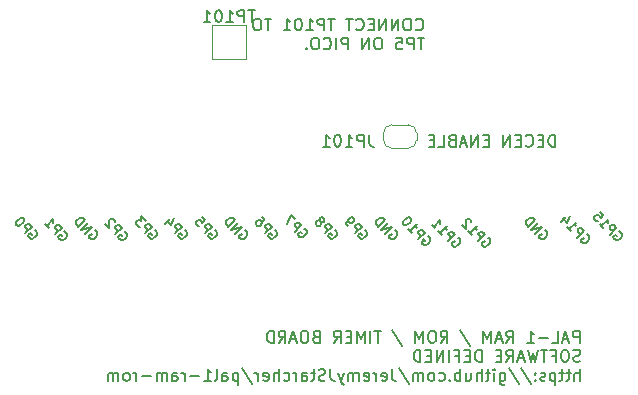
<source format=gbr>
%TF.GenerationSoftware,KiCad,Pcbnew,8.0.0*%
%TF.CreationDate,2024-03-20T20:27:36-04:00*%
%TF.ProjectId,level-shifted,6c657665-6c2d-4736-9869-667465642e6b,rev?*%
%TF.SameCoordinates,Original*%
%TF.FileFunction,Legend,Bot*%
%TF.FilePolarity,Positive*%
%FSLAX46Y46*%
G04 Gerber Fmt 4.6, Leading zero omitted, Abs format (unit mm)*
G04 Created by KiCad (PCBNEW 8.0.0) date 2024-03-20 20:27:36*
%MOMM*%
%LPD*%
G01*
G04 APERTURE LIST*
G04 Aperture macros list*
%AMFreePoly0*
4,1,19,0.500000,-0.750000,0.000000,-0.750000,0.000000,-0.744911,-0.071157,-0.744911,-0.207708,-0.704816,-0.327430,-0.627875,-0.420627,-0.520320,-0.479746,-0.390866,-0.500000,-0.250000,-0.500000,0.250000,-0.479746,0.390866,-0.420627,0.520320,-0.327430,0.627875,-0.207708,0.704816,-0.071157,0.744911,0.000000,0.744911,0.000000,0.750000,0.500000,0.750000,0.500000,-0.750000,0.500000,-0.750000,
$1*%
%AMFreePoly1*
4,1,19,0.000000,0.744911,0.071157,0.744911,0.207708,0.704816,0.327430,0.627875,0.420627,0.520320,0.479746,0.390866,0.500000,0.250000,0.500000,-0.250000,0.479746,-0.390866,0.420627,-0.520320,0.327430,-0.627875,0.207708,-0.704816,0.071157,-0.744911,0.000000,-0.744911,0.000000,-0.750000,-0.500000,-0.750000,-0.500000,0.750000,0.000000,0.750000,0.000000,0.744911,0.000000,0.744911,
$1*%
G04 Aperture macros list end*
%ADD10C,0.150000*%
%ADD11C,0.120000*%
%ADD12R,1.000000X1.000000*%
%ADD13O,1.000000X1.000000*%
%ADD14R,1.700000X1.700000*%
%ADD15O,1.700000X1.700000*%
%ADD16O,1.800000X1.800000*%
%ADD17O,1.500000X1.500000*%
%ADD18R,2.500000X2.500000*%
%ADD19FreePoly0,180.000000*%
%ADD20FreePoly1,180.000000*%
G04 APERTURE END LIST*
D10*
X160841792Y-72914636D02*
X160889411Y-72962256D01*
X160889411Y-72962256D02*
X161032268Y-73009875D01*
X161032268Y-73009875D02*
X161127506Y-73009875D01*
X161127506Y-73009875D02*
X161270363Y-72962256D01*
X161270363Y-72962256D02*
X161365601Y-72867017D01*
X161365601Y-72867017D02*
X161413220Y-72771779D01*
X161413220Y-72771779D02*
X161460839Y-72581303D01*
X161460839Y-72581303D02*
X161460839Y-72438446D01*
X161460839Y-72438446D02*
X161413220Y-72247970D01*
X161413220Y-72247970D02*
X161365601Y-72152732D01*
X161365601Y-72152732D02*
X161270363Y-72057494D01*
X161270363Y-72057494D02*
X161127506Y-72009875D01*
X161127506Y-72009875D02*
X161032268Y-72009875D01*
X161032268Y-72009875D02*
X160889411Y-72057494D01*
X160889411Y-72057494D02*
X160841792Y-72105113D01*
X160222744Y-72009875D02*
X160032268Y-72009875D01*
X160032268Y-72009875D02*
X159937030Y-72057494D01*
X159937030Y-72057494D02*
X159841792Y-72152732D01*
X159841792Y-72152732D02*
X159794173Y-72343208D01*
X159794173Y-72343208D02*
X159794173Y-72676541D01*
X159794173Y-72676541D02*
X159841792Y-72867017D01*
X159841792Y-72867017D02*
X159937030Y-72962256D01*
X159937030Y-72962256D02*
X160032268Y-73009875D01*
X160032268Y-73009875D02*
X160222744Y-73009875D01*
X160222744Y-73009875D02*
X160317982Y-72962256D01*
X160317982Y-72962256D02*
X160413220Y-72867017D01*
X160413220Y-72867017D02*
X160460839Y-72676541D01*
X160460839Y-72676541D02*
X160460839Y-72343208D01*
X160460839Y-72343208D02*
X160413220Y-72152732D01*
X160413220Y-72152732D02*
X160317982Y-72057494D01*
X160317982Y-72057494D02*
X160222744Y-72009875D01*
X159365601Y-73009875D02*
X159365601Y-72009875D01*
X159365601Y-72009875D02*
X158794173Y-73009875D01*
X158794173Y-73009875D02*
X158794173Y-72009875D01*
X158317982Y-73009875D02*
X158317982Y-72009875D01*
X158317982Y-72009875D02*
X157746554Y-73009875D01*
X157746554Y-73009875D02*
X157746554Y-72009875D01*
X157270363Y-72486065D02*
X156937030Y-72486065D01*
X156794173Y-73009875D02*
X157270363Y-73009875D01*
X157270363Y-73009875D02*
X157270363Y-72009875D01*
X157270363Y-72009875D02*
X156794173Y-72009875D01*
X155794173Y-72914636D02*
X155841792Y-72962256D01*
X155841792Y-72962256D02*
X155984649Y-73009875D01*
X155984649Y-73009875D02*
X156079887Y-73009875D01*
X156079887Y-73009875D02*
X156222744Y-72962256D01*
X156222744Y-72962256D02*
X156317982Y-72867017D01*
X156317982Y-72867017D02*
X156365601Y-72771779D01*
X156365601Y-72771779D02*
X156413220Y-72581303D01*
X156413220Y-72581303D02*
X156413220Y-72438446D01*
X156413220Y-72438446D02*
X156365601Y-72247970D01*
X156365601Y-72247970D02*
X156317982Y-72152732D01*
X156317982Y-72152732D02*
X156222744Y-72057494D01*
X156222744Y-72057494D02*
X156079887Y-72009875D01*
X156079887Y-72009875D02*
X155984649Y-72009875D01*
X155984649Y-72009875D02*
X155841792Y-72057494D01*
X155841792Y-72057494D02*
X155794173Y-72105113D01*
X155508458Y-72009875D02*
X154937030Y-72009875D01*
X155222744Y-73009875D02*
X155222744Y-72009875D01*
X153984648Y-72009875D02*
X153413220Y-72009875D01*
X153698934Y-73009875D02*
X153698934Y-72009875D01*
X153079886Y-73009875D02*
X153079886Y-72009875D01*
X153079886Y-72009875D02*
X152698934Y-72009875D01*
X152698934Y-72009875D02*
X152603696Y-72057494D01*
X152603696Y-72057494D02*
X152556077Y-72105113D01*
X152556077Y-72105113D02*
X152508458Y-72200351D01*
X152508458Y-72200351D02*
X152508458Y-72343208D01*
X152508458Y-72343208D02*
X152556077Y-72438446D01*
X152556077Y-72438446D02*
X152603696Y-72486065D01*
X152603696Y-72486065D02*
X152698934Y-72533684D01*
X152698934Y-72533684D02*
X153079886Y-72533684D01*
X151556077Y-73009875D02*
X152127505Y-73009875D01*
X151841791Y-73009875D02*
X151841791Y-72009875D01*
X151841791Y-72009875D02*
X151937029Y-72152732D01*
X151937029Y-72152732D02*
X152032267Y-72247970D01*
X152032267Y-72247970D02*
X152127505Y-72295589D01*
X150937029Y-72009875D02*
X150841791Y-72009875D01*
X150841791Y-72009875D02*
X150746553Y-72057494D01*
X150746553Y-72057494D02*
X150698934Y-72105113D01*
X150698934Y-72105113D02*
X150651315Y-72200351D01*
X150651315Y-72200351D02*
X150603696Y-72390827D01*
X150603696Y-72390827D02*
X150603696Y-72628922D01*
X150603696Y-72628922D02*
X150651315Y-72819398D01*
X150651315Y-72819398D02*
X150698934Y-72914636D01*
X150698934Y-72914636D02*
X150746553Y-72962256D01*
X150746553Y-72962256D02*
X150841791Y-73009875D01*
X150841791Y-73009875D02*
X150937029Y-73009875D01*
X150937029Y-73009875D02*
X151032267Y-72962256D01*
X151032267Y-72962256D02*
X151079886Y-72914636D01*
X151079886Y-72914636D02*
X151127505Y-72819398D01*
X151127505Y-72819398D02*
X151175124Y-72628922D01*
X151175124Y-72628922D02*
X151175124Y-72390827D01*
X151175124Y-72390827D02*
X151127505Y-72200351D01*
X151127505Y-72200351D02*
X151079886Y-72105113D01*
X151079886Y-72105113D02*
X151032267Y-72057494D01*
X151032267Y-72057494D02*
X150937029Y-72009875D01*
X149651315Y-73009875D02*
X150222743Y-73009875D01*
X149937029Y-73009875D02*
X149937029Y-72009875D01*
X149937029Y-72009875D02*
X150032267Y-72152732D01*
X150032267Y-72152732D02*
X150127505Y-72247970D01*
X150127505Y-72247970D02*
X150222743Y-72295589D01*
X148603695Y-72009875D02*
X148032267Y-72009875D01*
X148317981Y-73009875D02*
X148317981Y-72009875D01*
X147508457Y-72009875D02*
X147317981Y-72009875D01*
X147317981Y-72009875D02*
X147222743Y-72057494D01*
X147222743Y-72057494D02*
X147127505Y-72152732D01*
X147127505Y-72152732D02*
X147079886Y-72343208D01*
X147079886Y-72343208D02*
X147079886Y-72676541D01*
X147079886Y-72676541D02*
X147127505Y-72867017D01*
X147127505Y-72867017D02*
X147222743Y-72962256D01*
X147222743Y-72962256D02*
X147317981Y-73009875D01*
X147317981Y-73009875D02*
X147508457Y-73009875D01*
X147508457Y-73009875D02*
X147603695Y-72962256D01*
X147603695Y-72962256D02*
X147698933Y-72867017D01*
X147698933Y-72867017D02*
X147746552Y-72676541D01*
X147746552Y-72676541D02*
X147746552Y-72343208D01*
X147746552Y-72343208D02*
X147698933Y-72152732D01*
X147698933Y-72152732D02*
X147603695Y-72057494D01*
X147603695Y-72057494D02*
X147508457Y-72009875D01*
X161556077Y-73619819D02*
X160984649Y-73619819D01*
X161270363Y-74619819D02*
X161270363Y-73619819D01*
X160651315Y-74619819D02*
X160651315Y-73619819D01*
X160651315Y-73619819D02*
X160270363Y-73619819D01*
X160270363Y-73619819D02*
X160175125Y-73667438D01*
X160175125Y-73667438D02*
X160127506Y-73715057D01*
X160127506Y-73715057D02*
X160079887Y-73810295D01*
X160079887Y-73810295D02*
X160079887Y-73953152D01*
X160079887Y-73953152D02*
X160127506Y-74048390D01*
X160127506Y-74048390D02*
X160175125Y-74096009D01*
X160175125Y-74096009D02*
X160270363Y-74143628D01*
X160270363Y-74143628D02*
X160651315Y-74143628D01*
X159175125Y-73619819D02*
X159651315Y-73619819D01*
X159651315Y-73619819D02*
X159698934Y-74096009D01*
X159698934Y-74096009D02*
X159651315Y-74048390D01*
X159651315Y-74048390D02*
X159556077Y-74000771D01*
X159556077Y-74000771D02*
X159317982Y-74000771D01*
X159317982Y-74000771D02*
X159222744Y-74048390D01*
X159222744Y-74048390D02*
X159175125Y-74096009D01*
X159175125Y-74096009D02*
X159127506Y-74191247D01*
X159127506Y-74191247D02*
X159127506Y-74429342D01*
X159127506Y-74429342D02*
X159175125Y-74524580D01*
X159175125Y-74524580D02*
X159222744Y-74572200D01*
X159222744Y-74572200D02*
X159317982Y-74619819D01*
X159317982Y-74619819D02*
X159556077Y-74619819D01*
X159556077Y-74619819D02*
X159651315Y-74572200D01*
X159651315Y-74572200D02*
X159698934Y-74524580D01*
X157746553Y-73619819D02*
X157556077Y-73619819D01*
X157556077Y-73619819D02*
X157460839Y-73667438D01*
X157460839Y-73667438D02*
X157365601Y-73762676D01*
X157365601Y-73762676D02*
X157317982Y-73953152D01*
X157317982Y-73953152D02*
X157317982Y-74286485D01*
X157317982Y-74286485D02*
X157365601Y-74476961D01*
X157365601Y-74476961D02*
X157460839Y-74572200D01*
X157460839Y-74572200D02*
X157556077Y-74619819D01*
X157556077Y-74619819D02*
X157746553Y-74619819D01*
X157746553Y-74619819D02*
X157841791Y-74572200D01*
X157841791Y-74572200D02*
X157937029Y-74476961D01*
X157937029Y-74476961D02*
X157984648Y-74286485D01*
X157984648Y-74286485D02*
X157984648Y-73953152D01*
X157984648Y-73953152D02*
X157937029Y-73762676D01*
X157937029Y-73762676D02*
X157841791Y-73667438D01*
X157841791Y-73667438D02*
X157746553Y-73619819D01*
X156889410Y-74619819D02*
X156889410Y-73619819D01*
X156889410Y-73619819D02*
X156317982Y-74619819D01*
X156317982Y-74619819D02*
X156317982Y-73619819D01*
X155079886Y-74619819D02*
X155079886Y-73619819D01*
X155079886Y-73619819D02*
X154698934Y-73619819D01*
X154698934Y-73619819D02*
X154603696Y-73667438D01*
X154603696Y-73667438D02*
X154556077Y-73715057D01*
X154556077Y-73715057D02*
X154508458Y-73810295D01*
X154508458Y-73810295D02*
X154508458Y-73953152D01*
X154508458Y-73953152D02*
X154556077Y-74048390D01*
X154556077Y-74048390D02*
X154603696Y-74096009D01*
X154603696Y-74096009D02*
X154698934Y-74143628D01*
X154698934Y-74143628D02*
X155079886Y-74143628D01*
X154079886Y-74619819D02*
X154079886Y-73619819D01*
X153032268Y-74524580D02*
X153079887Y-74572200D01*
X153079887Y-74572200D02*
X153222744Y-74619819D01*
X153222744Y-74619819D02*
X153317982Y-74619819D01*
X153317982Y-74619819D02*
X153460839Y-74572200D01*
X153460839Y-74572200D02*
X153556077Y-74476961D01*
X153556077Y-74476961D02*
X153603696Y-74381723D01*
X153603696Y-74381723D02*
X153651315Y-74191247D01*
X153651315Y-74191247D02*
X153651315Y-74048390D01*
X153651315Y-74048390D02*
X153603696Y-73857914D01*
X153603696Y-73857914D02*
X153556077Y-73762676D01*
X153556077Y-73762676D02*
X153460839Y-73667438D01*
X153460839Y-73667438D02*
X153317982Y-73619819D01*
X153317982Y-73619819D02*
X153222744Y-73619819D01*
X153222744Y-73619819D02*
X153079887Y-73667438D01*
X153079887Y-73667438D02*
X153032268Y-73715057D01*
X152413220Y-73619819D02*
X152222744Y-73619819D01*
X152222744Y-73619819D02*
X152127506Y-73667438D01*
X152127506Y-73667438D02*
X152032268Y-73762676D01*
X152032268Y-73762676D02*
X151984649Y-73953152D01*
X151984649Y-73953152D02*
X151984649Y-74286485D01*
X151984649Y-74286485D02*
X152032268Y-74476961D01*
X152032268Y-74476961D02*
X152127506Y-74572200D01*
X152127506Y-74572200D02*
X152222744Y-74619819D01*
X152222744Y-74619819D02*
X152413220Y-74619819D01*
X152413220Y-74619819D02*
X152508458Y-74572200D01*
X152508458Y-74572200D02*
X152603696Y-74476961D01*
X152603696Y-74476961D02*
X152651315Y-74286485D01*
X152651315Y-74286485D02*
X152651315Y-73953152D01*
X152651315Y-73953152D02*
X152603696Y-73762676D01*
X152603696Y-73762676D02*
X152508458Y-73667438D01*
X152508458Y-73667438D02*
X152413220Y-73619819D01*
X151556077Y-74524580D02*
X151508458Y-74572200D01*
X151508458Y-74572200D02*
X151556077Y-74619819D01*
X151556077Y-74619819D02*
X151603696Y-74572200D01*
X151603696Y-74572200D02*
X151556077Y-74524580D01*
X151556077Y-74524580D02*
X151556077Y-74619819D01*
X174700920Y-99459931D02*
X174700920Y-98459931D01*
X174700920Y-98459931D02*
X174319968Y-98459931D01*
X174319968Y-98459931D02*
X174224730Y-98507550D01*
X174224730Y-98507550D02*
X174177111Y-98555169D01*
X174177111Y-98555169D02*
X174129492Y-98650407D01*
X174129492Y-98650407D02*
X174129492Y-98793264D01*
X174129492Y-98793264D02*
X174177111Y-98888502D01*
X174177111Y-98888502D02*
X174224730Y-98936121D01*
X174224730Y-98936121D02*
X174319968Y-98983740D01*
X174319968Y-98983740D02*
X174700920Y-98983740D01*
X173748539Y-99174216D02*
X173272349Y-99174216D01*
X173843777Y-99459931D02*
X173510444Y-98459931D01*
X173510444Y-98459931D02*
X173177111Y-99459931D01*
X172367587Y-99459931D02*
X172843777Y-99459931D01*
X172843777Y-99459931D02*
X172843777Y-98459931D01*
X172034253Y-99078978D02*
X171272349Y-99078978D01*
X170272349Y-99459931D02*
X170843777Y-99459931D01*
X170558063Y-99459931D02*
X170558063Y-98459931D01*
X170558063Y-98459931D02*
X170653301Y-98602788D01*
X170653301Y-98602788D02*
X170748539Y-98698026D01*
X170748539Y-98698026D02*
X170843777Y-98745645D01*
X168510444Y-99459931D02*
X168843777Y-98983740D01*
X169081872Y-99459931D02*
X169081872Y-98459931D01*
X169081872Y-98459931D02*
X168700920Y-98459931D01*
X168700920Y-98459931D02*
X168605682Y-98507550D01*
X168605682Y-98507550D02*
X168558063Y-98555169D01*
X168558063Y-98555169D02*
X168510444Y-98650407D01*
X168510444Y-98650407D02*
X168510444Y-98793264D01*
X168510444Y-98793264D02*
X168558063Y-98888502D01*
X168558063Y-98888502D02*
X168605682Y-98936121D01*
X168605682Y-98936121D02*
X168700920Y-98983740D01*
X168700920Y-98983740D02*
X169081872Y-98983740D01*
X168129491Y-99174216D02*
X167653301Y-99174216D01*
X168224729Y-99459931D02*
X167891396Y-98459931D01*
X167891396Y-98459931D02*
X167558063Y-99459931D01*
X167224729Y-99459931D02*
X167224729Y-98459931D01*
X167224729Y-98459931D02*
X166891396Y-99174216D01*
X166891396Y-99174216D02*
X166558063Y-98459931D01*
X166558063Y-98459931D02*
X166558063Y-99459931D01*
X164605682Y-98412312D02*
X165462824Y-99698026D01*
X162939015Y-99459931D02*
X163272348Y-98983740D01*
X163510443Y-99459931D02*
X163510443Y-98459931D01*
X163510443Y-98459931D02*
X163129491Y-98459931D01*
X163129491Y-98459931D02*
X163034253Y-98507550D01*
X163034253Y-98507550D02*
X162986634Y-98555169D01*
X162986634Y-98555169D02*
X162939015Y-98650407D01*
X162939015Y-98650407D02*
X162939015Y-98793264D01*
X162939015Y-98793264D02*
X162986634Y-98888502D01*
X162986634Y-98888502D02*
X163034253Y-98936121D01*
X163034253Y-98936121D02*
X163129491Y-98983740D01*
X163129491Y-98983740D02*
X163510443Y-98983740D01*
X162319967Y-98459931D02*
X162129491Y-98459931D01*
X162129491Y-98459931D02*
X162034253Y-98507550D01*
X162034253Y-98507550D02*
X161939015Y-98602788D01*
X161939015Y-98602788D02*
X161891396Y-98793264D01*
X161891396Y-98793264D02*
X161891396Y-99126597D01*
X161891396Y-99126597D02*
X161939015Y-99317073D01*
X161939015Y-99317073D02*
X162034253Y-99412312D01*
X162034253Y-99412312D02*
X162129491Y-99459931D01*
X162129491Y-99459931D02*
X162319967Y-99459931D01*
X162319967Y-99459931D02*
X162415205Y-99412312D01*
X162415205Y-99412312D02*
X162510443Y-99317073D01*
X162510443Y-99317073D02*
X162558062Y-99126597D01*
X162558062Y-99126597D02*
X162558062Y-98793264D01*
X162558062Y-98793264D02*
X162510443Y-98602788D01*
X162510443Y-98602788D02*
X162415205Y-98507550D01*
X162415205Y-98507550D02*
X162319967Y-98459931D01*
X161462824Y-99459931D02*
X161462824Y-98459931D01*
X161462824Y-98459931D02*
X161129491Y-99174216D01*
X161129491Y-99174216D02*
X160796158Y-98459931D01*
X160796158Y-98459931D02*
X160796158Y-99459931D01*
X158843777Y-98412312D02*
X159700919Y-99698026D01*
X157891395Y-98459931D02*
X157319967Y-98459931D01*
X157605681Y-99459931D02*
X157605681Y-98459931D01*
X156986633Y-99459931D02*
X156986633Y-98459931D01*
X156510443Y-99459931D02*
X156510443Y-98459931D01*
X156510443Y-98459931D02*
X156177110Y-99174216D01*
X156177110Y-99174216D02*
X155843777Y-98459931D01*
X155843777Y-98459931D02*
X155843777Y-99459931D01*
X155367586Y-98936121D02*
X155034253Y-98936121D01*
X154891396Y-99459931D02*
X155367586Y-99459931D01*
X155367586Y-99459931D02*
X155367586Y-98459931D01*
X155367586Y-98459931D02*
X154891396Y-98459931D01*
X153891396Y-99459931D02*
X154224729Y-98983740D01*
X154462824Y-99459931D02*
X154462824Y-98459931D01*
X154462824Y-98459931D02*
X154081872Y-98459931D01*
X154081872Y-98459931D02*
X153986634Y-98507550D01*
X153986634Y-98507550D02*
X153939015Y-98555169D01*
X153939015Y-98555169D02*
X153891396Y-98650407D01*
X153891396Y-98650407D02*
X153891396Y-98793264D01*
X153891396Y-98793264D02*
X153939015Y-98888502D01*
X153939015Y-98888502D02*
X153986634Y-98936121D01*
X153986634Y-98936121D02*
X154081872Y-98983740D01*
X154081872Y-98983740D02*
X154462824Y-98983740D01*
X152367586Y-98936121D02*
X152224729Y-98983740D01*
X152224729Y-98983740D02*
X152177110Y-99031359D01*
X152177110Y-99031359D02*
X152129491Y-99126597D01*
X152129491Y-99126597D02*
X152129491Y-99269454D01*
X152129491Y-99269454D02*
X152177110Y-99364692D01*
X152177110Y-99364692D02*
X152224729Y-99412312D01*
X152224729Y-99412312D02*
X152319967Y-99459931D01*
X152319967Y-99459931D02*
X152700919Y-99459931D01*
X152700919Y-99459931D02*
X152700919Y-98459931D01*
X152700919Y-98459931D02*
X152367586Y-98459931D01*
X152367586Y-98459931D02*
X152272348Y-98507550D01*
X152272348Y-98507550D02*
X152224729Y-98555169D01*
X152224729Y-98555169D02*
X152177110Y-98650407D01*
X152177110Y-98650407D02*
X152177110Y-98745645D01*
X152177110Y-98745645D02*
X152224729Y-98840883D01*
X152224729Y-98840883D02*
X152272348Y-98888502D01*
X152272348Y-98888502D02*
X152367586Y-98936121D01*
X152367586Y-98936121D02*
X152700919Y-98936121D01*
X151510443Y-98459931D02*
X151319967Y-98459931D01*
X151319967Y-98459931D02*
X151224729Y-98507550D01*
X151224729Y-98507550D02*
X151129491Y-98602788D01*
X151129491Y-98602788D02*
X151081872Y-98793264D01*
X151081872Y-98793264D02*
X151081872Y-99126597D01*
X151081872Y-99126597D02*
X151129491Y-99317073D01*
X151129491Y-99317073D02*
X151224729Y-99412312D01*
X151224729Y-99412312D02*
X151319967Y-99459931D01*
X151319967Y-99459931D02*
X151510443Y-99459931D01*
X151510443Y-99459931D02*
X151605681Y-99412312D01*
X151605681Y-99412312D02*
X151700919Y-99317073D01*
X151700919Y-99317073D02*
X151748538Y-99126597D01*
X151748538Y-99126597D02*
X151748538Y-98793264D01*
X151748538Y-98793264D02*
X151700919Y-98602788D01*
X151700919Y-98602788D02*
X151605681Y-98507550D01*
X151605681Y-98507550D02*
X151510443Y-98459931D01*
X150700919Y-99174216D02*
X150224729Y-99174216D01*
X150796157Y-99459931D02*
X150462824Y-98459931D01*
X150462824Y-98459931D02*
X150129491Y-99459931D01*
X149224729Y-99459931D02*
X149558062Y-98983740D01*
X149796157Y-99459931D02*
X149796157Y-98459931D01*
X149796157Y-98459931D02*
X149415205Y-98459931D01*
X149415205Y-98459931D02*
X149319967Y-98507550D01*
X149319967Y-98507550D02*
X149272348Y-98555169D01*
X149272348Y-98555169D02*
X149224729Y-98650407D01*
X149224729Y-98650407D02*
X149224729Y-98793264D01*
X149224729Y-98793264D02*
X149272348Y-98888502D01*
X149272348Y-98888502D02*
X149319967Y-98936121D01*
X149319967Y-98936121D02*
X149415205Y-98983740D01*
X149415205Y-98983740D02*
X149796157Y-98983740D01*
X148796157Y-99459931D02*
X148796157Y-98459931D01*
X148796157Y-98459931D02*
X148558062Y-98459931D01*
X148558062Y-98459931D02*
X148415205Y-98507550D01*
X148415205Y-98507550D02*
X148319967Y-98602788D01*
X148319967Y-98602788D02*
X148272348Y-98698026D01*
X148272348Y-98698026D02*
X148224729Y-98888502D01*
X148224729Y-98888502D02*
X148224729Y-99031359D01*
X148224729Y-99031359D02*
X148272348Y-99221835D01*
X148272348Y-99221835D02*
X148319967Y-99317073D01*
X148319967Y-99317073D02*
X148415205Y-99412312D01*
X148415205Y-99412312D02*
X148558062Y-99459931D01*
X148558062Y-99459931D02*
X148796157Y-99459931D01*
X174748539Y-101022256D02*
X174605682Y-101069875D01*
X174605682Y-101069875D02*
X174367587Y-101069875D01*
X174367587Y-101069875D02*
X174272349Y-101022256D01*
X174272349Y-101022256D02*
X174224730Y-100974636D01*
X174224730Y-100974636D02*
X174177111Y-100879398D01*
X174177111Y-100879398D02*
X174177111Y-100784160D01*
X174177111Y-100784160D02*
X174224730Y-100688922D01*
X174224730Y-100688922D02*
X174272349Y-100641303D01*
X174272349Y-100641303D02*
X174367587Y-100593684D01*
X174367587Y-100593684D02*
X174558063Y-100546065D01*
X174558063Y-100546065D02*
X174653301Y-100498446D01*
X174653301Y-100498446D02*
X174700920Y-100450827D01*
X174700920Y-100450827D02*
X174748539Y-100355589D01*
X174748539Y-100355589D02*
X174748539Y-100260351D01*
X174748539Y-100260351D02*
X174700920Y-100165113D01*
X174700920Y-100165113D02*
X174653301Y-100117494D01*
X174653301Y-100117494D02*
X174558063Y-100069875D01*
X174558063Y-100069875D02*
X174319968Y-100069875D01*
X174319968Y-100069875D02*
X174177111Y-100117494D01*
X173558063Y-100069875D02*
X173367587Y-100069875D01*
X173367587Y-100069875D02*
X173272349Y-100117494D01*
X173272349Y-100117494D02*
X173177111Y-100212732D01*
X173177111Y-100212732D02*
X173129492Y-100403208D01*
X173129492Y-100403208D02*
X173129492Y-100736541D01*
X173129492Y-100736541D02*
X173177111Y-100927017D01*
X173177111Y-100927017D02*
X173272349Y-101022256D01*
X173272349Y-101022256D02*
X173367587Y-101069875D01*
X173367587Y-101069875D02*
X173558063Y-101069875D01*
X173558063Y-101069875D02*
X173653301Y-101022256D01*
X173653301Y-101022256D02*
X173748539Y-100927017D01*
X173748539Y-100927017D02*
X173796158Y-100736541D01*
X173796158Y-100736541D02*
X173796158Y-100403208D01*
X173796158Y-100403208D02*
X173748539Y-100212732D01*
X173748539Y-100212732D02*
X173653301Y-100117494D01*
X173653301Y-100117494D02*
X173558063Y-100069875D01*
X172367587Y-100546065D02*
X172700920Y-100546065D01*
X172700920Y-101069875D02*
X172700920Y-100069875D01*
X172700920Y-100069875D02*
X172224730Y-100069875D01*
X171986634Y-100069875D02*
X171415206Y-100069875D01*
X171700920Y-101069875D02*
X171700920Y-100069875D01*
X171177110Y-100069875D02*
X170939015Y-101069875D01*
X170939015Y-101069875D02*
X170748539Y-100355589D01*
X170748539Y-100355589D02*
X170558063Y-101069875D01*
X170558063Y-101069875D02*
X170319968Y-100069875D01*
X169986634Y-100784160D02*
X169510444Y-100784160D01*
X170081872Y-101069875D02*
X169748539Y-100069875D01*
X169748539Y-100069875D02*
X169415206Y-101069875D01*
X168510444Y-101069875D02*
X168843777Y-100593684D01*
X169081872Y-101069875D02*
X169081872Y-100069875D01*
X169081872Y-100069875D02*
X168700920Y-100069875D01*
X168700920Y-100069875D02*
X168605682Y-100117494D01*
X168605682Y-100117494D02*
X168558063Y-100165113D01*
X168558063Y-100165113D02*
X168510444Y-100260351D01*
X168510444Y-100260351D02*
X168510444Y-100403208D01*
X168510444Y-100403208D02*
X168558063Y-100498446D01*
X168558063Y-100498446D02*
X168605682Y-100546065D01*
X168605682Y-100546065D02*
X168700920Y-100593684D01*
X168700920Y-100593684D02*
X169081872Y-100593684D01*
X168081872Y-100546065D02*
X167748539Y-100546065D01*
X167605682Y-101069875D02*
X168081872Y-101069875D01*
X168081872Y-101069875D02*
X168081872Y-100069875D01*
X168081872Y-100069875D02*
X167605682Y-100069875D01*
X166415205Y-101069875D02*
X166415205Y-100069875D01*
X166415205Y-100069875D02*
X166177110Y-100069875D01*
X166177110Y-100069875D02*
X166034253Y-100117494D01*
X166034253Y-100117494D02*
X165939015Y-100212732D01*
X165939015Y-100212732D02*
X165891396Y-100307970D01*
X165891396Y-100307970D02*
X165843777Y-100498446D01*
X165843777Y-100498446D02*
X165843777Y-100641303D01*
X165843777Y-100641303D02*
X165891396Y-100831779D01*
X165891396Y-100831779D02*
X165939015Y-100927017D01*
X165939015Y-100927017D02*
X166034253Y-101022256D01*
X166034253Y-101022256D02*
X166177110Y-101069875D01*
X166177110Y-101069875D02*
X166415205Y-101069875D01*
X165415205Y-100546065D02*
X165081872Y-100546065D01*
X164939015Y-101069875D02*
X165415205Y-101069875D01*
X165415205Y-101069875D02*
X165415205Y-100069875D01*
X165415205Y-100069875D02*
X164939015Y-100069875D01*
X164177110Y-100546065D02*
X164510443Y-100546065D01*
X164510443Y-101069875D02*
X164510443Y-100069875D01*
X164510443Y-100069875D02*
X164034253Y-100069875D01*
X163653300Y-101069875D02*
X163653300Y-100069875D01*
X163177110Y-101069875D02*
X163177110Y-100069875D01*
X163177110Y-100069875D02*
X162605682Y-101069875D01*
X162605682Y-101069875D02*
X162605682Y-100069875D01*
X162129491Y-100546065D02*
X161796158Y-100546065D01*
X161653301Y-101069875D02*
X162129491Y-101069875D01*
X162129491Y-101069875D02*
X162129491Y-100069875D01*
X162129491Y-100069875D02*
X161653301Y-100069875D01*
X161224729Y-101069875D02*
X161224729Y-100069875D01*
X161224729Y-100069875D02*
X160986634Y-100069875D01*
X160986634Y-100069875D02*
X160843777Y-100117494D01*
X160843777Y-100117494D02*
X160748539Y-100212732D01*
X160748539Y-100212732D02*
X160700920Y-100307970D01*
X160700920Y-100307970D02*
X160653301Y-100498446D01*
X160653301Y-100498446D02*
X160653301Y-100641303D01*
X160653301Y-100641303D02*
X160700920Y-100831779D01*
X160700920Y-100831779D02*
X160748539Y-100927017D01*
X160748539Y-100927017D02*
X160843777Y-101022256D01*
X160843777Y-101022256D02*
X160986634Y-101069875D01*
X160986634Y-101069875D02*
X161224729Y-101069875D01*
X174700920Y-102679819D02*
X174700920Y-101679819D01*
X174272349Y-102679819D02*
X174272349Y-102156009D01*
X174272349Y-102156009D02*
X174319968Y-102060771D01*
X174319968Y-102060771D02*
X174415206Y-102013152D01*
X174415206Y-102013152D02*
X174558063Y-102013152D01*
X174558063Y-102013152D02*
X174653301Y-102060771D01*
X174653301Y-102060771D02*
X174700920Y-102108390D01*
X173939015Y-102013152D02*
X173558063Y-102013152D01*
X173796158Y-101679819D02*
X173796158Y-102536961D01*
X173796158Y-102536961D02*
X173748539Y-102632200D01*
X173748539Y-102632200D02*
X173653301Y-102679819D01*
X173653301Y-102679819D02*
X173558063Y-102679819D01*
X173367586Y-102013152D02*
X172986634Y-102013152D01*
X173224729Y-101679819D02*
X173224729Y-102536961D01*
X173224729Y-102536961D02*
X173177110Y-102632200D01*
X173177110Y-102632200D02*
X173081872Y-102679819D01*
X173081872Y-102679819D02*
X172986634Y-102679819D01*
X172653300Y-102013152D02*
X172653300Y-103013152D01*
X172653300Y-102060771D02*
X172558062Y-102013152D01*
X172558062Y-102013152D02*
X172367586Y-102013152D01*
X172367586Y-102013152D02*
X172272348Y-102060771D01*
X172272348Y-102060771D02*
X172224729Y-102108390D01*
X172224729Y-102108390D02*
X172177110Y-102203628D01*
X172177110Y-102203628D02*
X172177110Y-102489342D01*
X172177110Y-102489342D02*
X172224729Y-102584580D01*
X172224729Y-102584580D02*
X172272348Y-102632200D01*
X172272348Y-102632200D02*
X172367586Y-102679819D01*
X172367586Y-102679819D02*
X172558062Y-102679819D01*
X172558062Y-102679819D02*
X172653300Y-102632200D01*
X171796157Y-102632200D02*
X171700919Y-102679819D01*
X171700919Y-102679819D02*
X171510443Y-102679819D01*
X171510443Y-102679819D02*
X171415205Y-102632200D01*
X171415205Y-102632200D02*
X171367586Y-102536961D01*
X171367586Y-102536961D02*
X171367586Y-102489342D01*
X171367586Y-102489342D02*
X171415205Y-102394104D01*
X171415205Y-102394104D02*
X171510443Y-102346485D01*
X171510443Y-102346485D02*
X171653300Y-102346485D01*
X171653300Y-102346485D02*
X171748538Y-102298866D01*
X171748538Y-102298866D02*
X171796157Y-102203628D01*
X171796157Y-102203628D02*
X171796157Y-102156009D01*
X171796157Y-102156009D02*
X171748538Y-102060771D01*
X171748538Y-102060771D02*
X171653300Y-102013152D01*
X171653300Y-102013152D02*
X171510443Y-102013152D01*
X171510443Y-102013152D02*
X171415205Y-102060771D01*
X170939014Y-102584580D02*
X170891395Y-102632200D01*
X170891395Y-102632200D02*
X170939014Y-102679819D01*
X170939014Y-102679819D02*
X170986633Y-102632200D01*
X170986633Y-102632200D02*
X170939014Y-102584580D01*
X170939014Y-102584580D02*
X170939014Y-102679819D01*
X170939014Y-102060771D02*
X170891395Y-102108390D01*
X170891395Y-102108390D02*
X170939014Y-102156009D01*
X170939014Y-102156009D02*
X170986633Y-102108390D01*
X170986633Y-102108390D02*
X170939014Y-102060771D01*
X170939014Y-102060771D02*
X170939014Y-102156009D01*
X169748539Y-101632200D02*
X170605681Y-102917914D01*
X168700920Y-101632200D02*
X169558062Y-102917914D01*
X167939015Y-102013152D02*
X167939015Y-102822676D01*
X167939015Y-102822676D02*
X167986634Y-102917914D01*
X167986634Y-102917914D02*
X168034253Y-102965533D01*
X168034253Y-102965533D02*
X168129491Y-103013152D01*
X168129491Y-103013152D02*
X168272348Y-103013152D01*
X168272348Y-103013152D02*
X168367586Y-102965533D01*
X167939015Y-102632200D02*
X168034253Y-102679819D01*
X168034253Y-102679819D02*
X168224729Y-102679819D01*
X168224729Y-102679819D02*
X168319967Y-102632200D01*
X168319967Y-102632200D02*
X168367586Y-102584580D01*
X168367586Y-102584580D02*
X168415205Y-102489342D01*
X168415205Y-102489342D02*
X168415205Y-102203628D01*
X168415205Y-102203628D02*
X168367586Y-102108390D01*
X168367586Y-102108390D02*
X168319967Y-102060771D01*
X168319967Y-102060771D02*
X168224729Y-102013152D01*
X168224729Y-102013152D02*
X168034253Y-102013152D01*
X168034253Y-102013152D02*
X167939015Y-102060771D01*
X167462824Y-102679819D02*
X167462824Y-102013152D01*
X167462824Y-101679819D02*
X167510443Y-101727438D01*
X167510443Y-101727438D02*
X167462824Y-101775057D01*
X167462824Y-101775057D02*
X167415205Y-101727438D01*
X167415205Y-101727438D02*
X167462824Y-101679819D01*
X167462824Y-101679819D02*
X167462824Y-101775057D01*
X167129491Y-102013152D02*
X166748539Y-102013152D01*
X166986634Y-101679819D02*
X166986634Y-102536961D01*
X166986634Y-102536961D02*
X166939015Y-102632200D01*
X166939015Y-102632200D02*
X166843777Y-102679819D01*
X166843777Y-102679819D02*
X166748539Y-102679819D01*
X166415205Y-102679819D02*
X166415205Y-101679819D01*
X165986634Y-102679819D02*
X165986634Y-102156009D01*
X165986634Y-102156009D02*
X166034253Y-102060771D01*
X166034253Y-102060771D02*
X166129491Y-102013152D01*
X166129491Y-102013152D02*
X166272348Y-102013152D01*
X166272348Y-102013152D02*
X166367586Y-102060771D01*
X166367586Y-102060771D02*
X166415205Y-102108390D01*
X165081872Y-102013152D02*
X165081872Y-102679819D01*
X165510443Y-102013152D02*
X165510443Y-102536961D01*
X165510443Y-102536961D02*
X165462824Y-102632200D01*
X165462824Y-102632200D02*
X165367586Y-102679819D01*
X165367586Y-102679819D02*
X165224729Y-102679819D01*
X165224729Y-102679819D02*
X165129491Y-102632200D01*
X165129491Y-102632200D02*
X165081872Y-102584580D01*
X164605681Y-102679819D02*
X164605681Y-101679819D01*
X164605681Y-102060771D02*
X164510443Y-102013152D01*
X164510443Y-102013152D02*
X164319967Y-102013152D01*
X164319967Y-102013152D02*
X164224729Y-102060771D01*
X164224729Y-102060771D02*
X164177110Y-102108390D01*
X164177110Y-102108390D02*
X164129491Y-102203628D01*
X164129491Y-102203628D02*
X164129491Y-102489342D01*
X164129491Y-102489342D02*
X164177110Y-102584580D01*
X164177110Y-102584580D02*
X164224729Y-102632200D01*
X164224729Y-102632200D02*
X164319967Y-102679819D01*
X164319967Y-102679819D02*
X164510443Y-102679819D01*
X164510443Y-102679819D02*
X164605681Y-102632200D01*
X163700919Y-102584580D02*
X163653300Y-102632200D01*
X163653300Y-102632200D02*
X163700919Y-102679819D01*
X163700919Y-102679819D02*
X163748538Y-102632200D01*
X163748538Y-102632200D02*
X163700919Y-102584580D01*
X163700919Y-102584580D02*
X163700919Y-102679819D01*
X162796158Y-102632200D02*
X162891396Y-102679819D01*
X162891396Y-102679819D02*
X163081872Y-102679819D01*
X163081872Y-102679819D02*
X163177110Y-102632200D01*
X163177110Y-102632200D02*
X163224729Y-102584580D01*
X163224729Y-102584580D02*
X163272348Y-102489342D01*
X163272348Y-102489342D02*
X163272348Y-102203628D01*
X163272348Y-102203628D02*
X163224729Y-102108390D01*
X163224729Y-102108390D02*
X163177110Y-102060771D01*
X163177110Y-102060771D02*
X163081872Y-102013152D01*
X163081872Y-102013152D02*
X162891396Y-102013152D01*
X162891396Y-102013152D02*
X162796158Y-102060771D01*
X162224729Y-102679819D02*
X162319967Y-102632200D01*
X162319967Y-102632200D02*
X162367586Y-102584580D01*
X162367586Y-102584580D02*
X162415205Y-102489342D01*
X162415205Y-102489342D02*
X162415205Y-102203628D01*
X162415205Y-102203628D02*
X162367586Y-102108390D01*
X162367586Y-102108390D02*
X162319967Y-102060771D01*
X162319967Y-102060771D02*
X162224729Y-102013152D01*
X162224729Y-102013152D02*
X162081872Y-102013152D01*
X162081872Y-102013152D02*
X161986634Y-102060771D01*
X161986634Y-102060771D02*
X161939015Y-102108390D01*
X161939015Y-102108390D02*
X161891396Y-102203628D01*
X161891396Y-102203628D02*
X161891396Y-102489342D01*
X161891396Y-102489342D02*
X161939015Y-102584580D01*
X161939015Y-102584580D02*
X161986634Y-102632200D01*
X161986634Y-102632200D02*
X162081872Y-102679819D01*
X162081872Y-102679819D02*
X162224729Y-102679819D01*
X161462824Y-102679819D02*
X161462824Y-102013152D01*
X161462824Y-102108390D02*
X161415205Y-102060771D01*
X161415205Y-102060771D02*
X161319967Y-102013152D01*
X161319967Y-102013152D02*
X161177110Y-102013152D01*
X161177110Y-102013152D02*
X161081872Y-102060771D01*
X161081872Y-102060771D02*
X161034253Y-102156009D01*
X161034253Y-102156009D02*
X161034253Y-102679819D01*
X161034253Y-102156009D02*
X160986634Y-102060771D01*
X160986634Y-102060771D02*
X160891396Y-102013152D01*
X160891396Y-102013152D02*
X160748539Y-102013152D01*
X160748539Y-102013152D02*
X160653300Y-102060771D01*
X160653300Y-102060771D02*
X160605681Y-102156009D01*
X160605681Y-102156009D02*
X160605681Y-102679819D01*
X159415206Y-101632200D02*
X160272348Y-102917914D01*
X158796158Y-101679819D02*
X158796158Y-102394104D01*
X158796158Y-102394104D02*
X158843777Y-102536961D01*
X158843777Y-102536961D02*
X158939015Y-102632200D01*
X158939015Y-102632200D02*
X159081872Y-102679819D01*
X159081872Y-102679819D02*
X159177110Y-102679819D01*
X157939015Y-102632200D02*
X158034253Y-102679819D01*
X158034253Y-102679819D02*
X158224729Y-102679819D01*
X158224729Y-102679819D02*
X158319967Y-102632200D01*
X158319967Y-102632200D02*
X158367586Y-102536961D01*
X158367586Y-102536961D02*
X158367586Y-102156009D01*
X158367586Y-102156009D02*
X158319967Y-102060771D01*
X158319967Y-102060771D02*
X158224729Y-102013152D01*
X158224729Y-102013152D02*
X158034253Y-102013152D01*
X158034253Y-102013152D02*
X157939015Y-102060771D01*
X157939015Y-102060771D02*
X157891396Y-102156009D01*
X157891396Y-102156009D02*
X157891396Y-102251247D01*
X157891396Y-102251247D02*
X158367586Y-102346485D01*
X157462824Y-102679819D02*
X157462824Y-102013152D01*
X157462824Y-102203628D02*
X157415205Y-102108390D01*
X157415205Y-102108390D02*
X157367586Y-102060771D01*
X157367586Y-102060771D02*
X157272348Y-102013152D01*
X157272348Y-102013152D02*
X157177110Y-102013152D01*
X156462824Y-102632200D02*
X156558062Y-102679819D01*
X156558062Y-102679819D02*
X156748538Y-102679819D01*
X156748538Y-102679819D02*
X156843776Y-102632200D01*
X156843776Y-102632200D02*
X156891395Y-102536961D01*
X156891395Y-102536961D02*
X156891395Y-102156009D01*
X156891395Y-102156009D02*
X156843776Y-102060771D01*
X156843776Y-102060771D02*
X156748538Y-102013152D01*
X156748538Y-102013152D02*
X156558062Y-102013152D01*
X156558062Y-102013152D02*
X156462824Y-102060771D01*
X156462824Y-102060771D02*
X156415205Y-102156009D01*
X156415205Y-102156009D02*
X156415205Y-102251247D01*
X156415205Y-102251247D02*
X156891395Y-102346485D01*
X155986633Y-102679819D02*
X155986633Y-102013152D01*
X155986633Y-102108390D02*
X155939014Y-102060771D01*
X155939014Y-102060771D02*
X155843776Y-102013152D01*
X155843776Y-102013152D02*
X155700919Y-102013152D01*
X155700919Y-102013152D02*
X155605681Y-102060771D01*
X155605681Y-102060771D02*
X155558062Y-102156009D01*
X155558062Y-102156009D02*
X155558062Y-102679819D01*
X155558062Y-102156009D02*
X155510443Y-102060771D01*
X155510443Y-102060771D02*
X155415205Y-102013152D01*
X155415205Y-102013152D02*
X155272348Y-102013152D01*
X155272348Y-102013152D02*
X155177109Y-102060771D01*
X155177109Y-102060771D02*
X155129490Y-102156009D01*
X155129490Y-102156009D02*
X155129490Y-102679819D01*
X154748538Y-102013152D02*
X154510443Y-102679819D01*
X154272348Y-102013152D02*
X154510443Y-102679819D01*
X154510443Y-102679819D02*
X154605681Y-102917914D01*
X154605681Y-102917914D02*
X154653300Y-102965533D01*
X154653300Y-102965533D02*
X154748538Y-103013152D01*
X153605681Y-101679819D02*
X153605681Y-102394104D01*
X153605681Y-102394104D02*
X153653300Y-102536961D01*
X153653300Y-102536961D02*
X153748538Y-102632200D01*
X153748538Y-102632200D02*
X153891395Y-102679819D01*
X153891395Y-102679819D02*
X153986633Y-102679819D01*
X153177109Y-102632200D02*
X153034252Y-102679819D01*
X153034252Y-102679819D02*
X152796157Y-102679819D01*
X152796157Y-102679819D02*
X152700919Y-102632200D01*
X152700919Y-102632200D02*
X152653300Y-102584580D01*
X152653300Y-102584580D02*
X152605681Y-102489342D01*
X152605681Y-102489342D02*
X152605681Y-102394104D01*
X152605681Y-102394104D02*
X152653300Y-102298866D01*
X152653300Y-102298866D02*
X152700919Y-102251247D01*
X152700919Y-102251247D02*
X152796157Y-102203628D01*
X152796157Y-102203628D02*
X152986633Y-102156009D01*
X152986633Y-102156009D02*
X153081871Y-102108390D01*
X153081871Y-102108390D02*
X153129490Y-102060771D01*
X153129490Y-102060771D02*
X153177109Y-101965533D01*
X153177109Y-101965533D02*
X153177109Y-101870295D01*
X153177109Y-101870295D02*
X153129490Y-101775057D01*
X153129490Y-101775057D02*
X153081871Y-101727438D01*
X153081871Y-101727438D02*
X152986633Y-101679819D01*
X152986633Y-101679819D02*
X152748538Y-101679819D01*
X152748538Y-101679819D02*
X152605681Y-101727438D01*
X152319966Y-102013152D02*
X151939014Y-102013152D01*
X152177109Y-101679819D02*
X152177109Y-102536961D01*
X152177109Y-102536961D02*
X152129490Y-102632200D01*
X152129490Y-102632200D02*
X152034252Y-102679819D01*
X152034252Y-102679819D02*
X151939014Y-102679819D01*
X151177109Y-102679819D02*
X151177109Y-102156009D01*
X151177109Y-102156009D02*
X151224728Y-102060771D01*
X151224728Y-102060771D02*
X151319966Y-102013152D01*
X151319966Y-102013152D02*
X151510442Y-102013152D01*
X151510442Y-102013152D02*
X151605680Y-102060771D01*
X151177109Y-102632200D02*
X151272347Y-102679819D01*
X151272347Y-102679819D02*
X151510442Y-102679819D01*
X151510442Y-102679819D02*
X151605680Y-102632200D01*
X151605680Y-102632200D02*
X151653299Y-102536961D01*
X151653299Y-102536961D02*
X151653299Y-102441723D01*
X151653299Y-102441723D02*
X151605680Y-102346485D01*
X151605680Y-102346485D02*
X151510442Y-102298866D01*
X151510442Y-102298866D02*
X151272347Y-102298866D01*
X151272347Y-102298866D02*
X151177109Y-102251247D01*
X150700918Y-102679819D02*
X150700918Y-102013152D01*
X150700918Y-102203628D02*
X150653299Y-102108390D01*
X150653299Y-102108390D02*
X150605680Y-102060771D01*
X150605680Y-102060771D02*
X150510442Y-102013152D01*
X150510442Y-102013152D02*
X150415204Y-102013152D01*
X149653299Y-102632200D02*
X149748537Y-102679819D01*
X149748537Y-102679819D02*
X149939013Y-102679819D01*
X149939013Y-102679819D02*
X150034251Y-102632200D01*
X150034251Y-102632200D02*
X150081870Y-102584580D01*
X150081870Y-102584580D02*
X150129489Y-102489342D01*
X150129489Y-102489342D02*
X150129489Y-102203628D01*
X150129489Y-102203628D02*
X150081870Y-102108390D01*
X150081870Y-102108390D02*
X150034251Y-102060771D01*
X150034251Y-102060771D02*
X149939013Y-102013152D01*
X149939013Y-102013152D02*
X149748537Y-102013152D01*
X149748537Y-102013152D02*
X149653299Y-102060771D01*
X149224727Y-102679819D02*
X149224727Y-101679819D01*
X148796156Y-102679819D02*
X148796156Y-102156009D01*
X148796156Y-102156009D02*
X148843775Y-102060771D01*
X148843775Y-102060771D02*
X148939013Y-102013152D01*
X148939013Y-102013152D02*
X149081870Y-102013152D01*
X149081870Y-102013152D02*
X149177108Y-102060771D01*
X149177108Y-102060771D02*
X149224727Y-102108390D01*
X147939013Y-102632200D02*
X148034251Y-102679819D01*
X148034251Y-102679819D02*
X148224727Y-102679819D01*
X148224727Y-102679819D02*
X148319965Y-102632200D01*
X148319965Y-102632200D02*
X148367584Y-102536961D01*
X148367584Y-102536961D02*
X148367584Y-102156009D01*
X148367584Y-102156009D02*
X148319965Y-102060771D01*
X148319965Y-102060771D02*
X148224727Y-102013152D01*
X148224727Y-102013152D02*
X148034251Y-102013152D01*
X148034251Y-102013152D02*
X147939013Y-102060771D01*
X147939013Y-102060771D02*
X147891394Y-102156009D01*
X147891394Y-102156009D02*
X147891394Y-102251247D01*
X147891394Y-102251247D02*
X148367584Y-102346485D01*
X147462822Y-102679819D02*
X147462822Y-102013152D01*
X147462822Y-102203628D02*
X147415203Y-102108390D01*
X147415203Y-102108390D02*
X147367584Y-102060771D01*
X147367584Y-102060771D02*
X147272346Y-102013152D01*
X147272346Y-102013152D02*
X147177108Y-102013152D01*
X146129489Y-101632200D02*
X146986631Y-102917914D01*
X145796155Y-102013152D02*
X145796155Y-103013152D01*
X145796155Y-102060771D02*
X145700917Y-102013152D01*
X145700917Y-102013152D02*
X145510441Y-102013152D01*
X145510441Y-102013152D02*
X145415203Y-102060771D01*
X145415203Y-102060771D02*
X145367584Y-102108390D01*
X145367584Y-102108390D02*
X145319965Y-102203628D01*
X145319965Y-102203628D02*
X145319965Y-102489342D01*
X145319965Y-102489342D02*
X145367584Y-102584580D01*
X145367584Y-102584580D02*
X145415203Y-102632200D01*
X145415203Y-102632200D02*
X145510441Y-102679819D01*
X145510441Y-102679819D02*
X145700917Y-102679819D01*
X145700917Y-102679819D02*
X145796155Y-102632200D01*
X144462822Y-102679819D02*
X144462822Y-102156009D01*
X144462822Y-102156009D02*
X144510441Y-102060771D01*
X144510441Y-102060771D02*
X144605679Y-102013152D01*
X144605679Y-102013152D02*
X144796155Y-102013152D01*
X144796155Y-102013152D02*
X144891393Y-102060771D01*
X144462822Y-102632200D02*
X144558060Y-102679819D01*
X144558060Y-102679819D02*
X144796155Y-102679819D01*
X144796155Y-102679819D02*
X144891393Y-102632200D01*
X144891393Y-102632200D02*
X144939012Y-102536961D01*
X144939012Y-102536961D02*
X144939012Y-102441723D01*
X144939012Y-102441723D02*
X144891393Y-102346485D01*
X144891393Y-102346485D02*
X144796155Y-102298866D01*
X144796155Y-102298866D02*
X144558060Y-102298866D01*
X144558060Y-102298866D02*
X144462822Y-102251247D01*
X143843774Y-102679819D02*
X143939012Y-102632200D01*
X143939012Y-102632200D02*
X143986631Y-102536961D01*
X143986631Y-102536961D02*
X143986631Y-101679819D01*
X142939012Y-102679819D02*
X143510440Y-102679819D01*
X143224726Y-102679819D02*
X143224726Y-101679819D01*
X143224726Y-101679819D02*
X143319964Y-101822676D01*
X143319964Y-101822676D02*
X143415202Y-101917914D01*
X143415202Y-101917914D02*
X143510440Y-101965533D01*
X142510440Y-102298866D02*
X141748536Y-102298866D01*
X141272345Y-102679819D02*
X141272345Y-102013152D01*
X141272345Y-102203628D02*
X141224726Y-102108390D01*
X141224726Y-102108390D02*
X141177107Y-102060771D01*
X141177107Y-102060771D02*
X141081869Y-102013152D01*
X141081869Y-102013152D02*
X140986631Y-102013152D01*
X140224726Y-102679819D02*
X140224726Y-102156009D01*
X140224726Y-102156009D02*
X140272345Y-102060771D01*
X140272345Y-102060771D02*
X140367583Y-102013152D01*
X140367583Y-102013152D02*
X140558059Y-102013152D01*
X140558059Y-102013152D02*
X140653297Y-102060771D01*
X140224726Y-102632200D02*
X140319964Y-102679819D01*
X140319964Y-102679819D02*
X140558059Y-102679819D01*
X140558059Y-102679819D02*
X140653297Y-102632200D01*
X140653297Y-102632200D02*
X140700916Y-102536961D01*
X140700916Y-102536961D02*
X140700916Y-102441723D01*
X140700916Y-102441723D02*
X140653297Y-102346485D01*
X140653297Y-102346485D02*
X140558059Y-102298866D01*
X140558059Y-102298866D02*
X140319964Y-102298866D01*
X140319964Y-102298866D02*
X140224726Y-102251247D01*
X139748535Y-102679819D02*
X139748535Y-102013152D01*
X139748535Y-102108390D02*
X139700916Y-102060771D01*
X139700916Y-102060771D02*
X139605678Y-102013152D01*
X139605678Y-102013152D02*
X139462821Y-102013152D01*
X139462821Y-102013152D02*
X139367583Y-102060771D01*
X139367583Y-102060771D02*
X139319964Y-102156009D01*
X139319964Y-102156009D02*
X139319964Y-102679819D01*
X139319964Y-102156009D02*
X139272345Y-102060771D01*
X139272345Y-102060771D02*
X139177107Y-102013152D01*
X139177107Y-102013152D02*
X139034250Y-102013152D01*
X139034250Y-102013152D02*
X138939011Y-102060771D01*
X138939011Y-102060771D02*
X138891392Y-102156009D01*
X138891392Y-102156009D02*
X138891392Y-102679819D01*
X138415202Y-102298866D02*
X137653298Y-102298866D01*
X137177107Y-102679819D02*
X137177107Y-102013152D01*
X137177107Y-102203628D02*
X137129488Y-102108390D01*
X137129488Y-102108390D02*
X137081869Y-102060771D01*
X137081869Y-102060771D02*
X136986631Y-102013152D01*
X136986631Y-102013152D02*
X136891393Y-102013152D01*
X136415202Y-102679819D02*
X136510440Y-102632200D01*
X136510440Y-102632200D02*
X136558059Y-102584580D01*
X136558059Y-102584580D02*
X136605678Y-102489342D01*
X136605678Y-102489342D02*
X136605678Y-102203628D01*
X136605678Y-102203628D02*
X136558059Y-102108390D01*
X136558059Y-102108390D02*
X136510440Y-102060771D01*
X136510440Y-102060771D02*
X136415202Y-102013152D01*
X136415202Y-102013152D02*
X136272345Y-102013152D01*
X136272345Y-102013152D02*
X136177107Y-102060771D01*
X136177107Y-102060771D02*
X136129488Y-102108390D01*
X136129488Y-102108390D02*
X136081869Y-102203628D01*
X136081869Y-102203628D02*
X136081869Y-102489342D01*
X136081869Y-102489342D02*
X136129488Y-102584580D01*
X136129488Y-102584580D02*
X136177107Y-102632200D01*
X136177107Y-102632200D02*
X136272345Y-102679819D01*
X136272345Y-102679819D02*
X136415202Y-102679819D01*
X135653297Y-102679819D02*
X135653297Y-102013152D01*
X135653297Y-102108390D02*
X135605678Y-102060771D01*
X135605678Y-102060771D02*
X135510440Y-102013152D01*
X135510440Y-102013152D02*
X135367583Y-102013152D01*
X135367583Y-102013152D02*
X135272345Y-102060771D01*
X135272345Y-102060771D02*
X135224726Y-102156009D01*
X135224726Y-102156009D02*
X135224726Y-102679819D01*
X135224726Y-102156009D02*
X135177107Y-102060771D01*
X135177107Y-102060771D02*
X135081869Y-102013152D01*
X135081869Y-102013152D02*
X134939012Y-102013152D01*
X134939012Y-102013152D02*
X134843773Y-102060771D01*
X134843773Y-102060771D02*
X134796154Y-102156009D01*
X134796154Y-102156009D02*
X134796154Y-102679819D01*
X141256628Y-89921493D02*
X141337440Y-89948430D01*
X141337440Y-89948430D02*
X141418252Y-90029242D01*
X141418252Y-90029242D02*
X141472127Y-90136992D01*
X141472127Y-90136992D02*
X141472127Y-90244741D01*
X141472127Y-90244741D02*
X141445190Y-90325554D01*
X141445190Y-90325554D02*
X141364377Y-90460241D01*
X141364377Y-90460241D02*
X141283565Y-90541053D01*
X141283565Y-90541053D02*
X141148878Y-90621865D01*
X141148878Y-90621865D02*
X141068066Y-90648802D01*
X141068066Y-90648802D02*
X140960316Y-90648802D01*
X140960316Y-90648802D02*
X140852567Y-90594928D01*
X140852567Y-90594928D02*
X140798692Y-90541053D01*
X140798692Y-90541053D02*
X140744817Y-90433303D01*
X140744817Y-90433303D02*
X140744817Y-90379428D01*
X140744817Y-90379428D02*
X140933379Y-90190867D01*
X140933379Y-90190867D02*
X141041129Y-90298616D01*
X140448506Y-90190867D02*
X141014191Y-89625181D01*
X141014191Y-89625181D02*
X140798692Y-89409682D01*
X140798692Y-89409682D02*
X140717880Y-89382745D01*
X140717880Y-89382745D02*
X140664005Y-89382745D01*
X140664005Y-89382745D02*
X140583193Y-89409682D01*
X140583193Y-89409682D02*
X140502381Y-89490494D01*
X140502381Y-89490494D02*
X140475443Y-89571306D01*
X140475443Y-89571306D02*
X140475443Y-89625181D01*
X140475443Y-89625181D02*
X140502381Y-89705993D01*
X140502381Y-89705993D02*
X140717880Y-89921493D01*
X140017507Y-89005621D02*
X139640384Y-89382745D01*
X140367694Y-88924809D02*
X140098320Y-89463557D01*
X140098320Y-89463557D02*
X139748133Y-89113371D01*
X146363564Y-89948431D02*
X146444376Y-89975368D01*
X146444376Y-89975368D02*
X146525188Y-90056180D01*
X146525188Y-90056180D02*
X146579063Y-90163930D01*
X146579063Y-90163930D02*
X146579063Y-90271680D01*
X146579063Y-90271680D02*
X146552126Y-90352492D01*
X146552126Y-90352492D02*
X146471314Y-90487179D01*
X146471314Y-90487179D02*
X146390501Y-90567991D01*
X146390501Y-90567991D02*
X146255814Y-90648803D01*
X146255814Y-90648803D02*
X146175002Y-90675741D01*
X146175002Y-90675741D02*
X146067253Y-90675741D01*
X146067253Y-90675741D02*
X145959503Y-90621866D01*
X145959503Y-90621866D02*
X145905628Y-90567991D01*
X145905628Y-90567991D02*
X145851753Y-90460241D01*
X145851753Y-90460241D02*
X145851753Y-90406367D01*
X145851753Y-90406367D02*
X146040315Y-90217805D01*
X146040315Y-90217805D02*
X146148065Y-90325554D01*
X145555442Y-90217805D02*
X146121127Y-89652119D01*
X146121127Y-89652119D02*
X145232193Y-89894556D01*
X145232193Y-89894556D02*
X145797879Y-89328871D01*
X144962819Y-89625182D02*
X145528505Y-89059497D01*
X145528505Y-89059497D02*
X145393818Y-88924810D01*
X145393818Y-88924810D02*
X145286068Y-88870935D01*
X145286068Y-88870935D02*
X145178319Y-88870935D01*
X145178319Y-88870935D02*
X145097506Y-88897872D01*
X145097506Y-88897872D02*
X144962819Y-88978685D01*
X144962819Y-88978685D02*
X144882007Y-89059497D01*
X144882007Y-89059497D02*
X144801195Y-89194184D01*
X144801195Y-89194184D02*
X144774258Y-89274996D01*
X144774258Y-89274996D02*
X144774258Y-89382746D01*
X144774258Y-89382746D02*
X144828132Y-89490495D01*
X144828132Y-89490495D02*
X144962819Y-89625182D01*
X161846001Y-90444868D02*
X161926814Y-90471805D01*
X161926814Y-90471805D02*
X162007626Y-90552618D01*
X162007626Y-90552618D02*
X162061501Y-90660367D01*
X162061501Y-90660367D02*
X162061501Y-90768117D01*
X162061501Y-90768117D02*
X162034563Y-90848929D01*
X162034563Y-90848929D02*
X161953751Y-90983616D01*
X161953751Y-90983616D02*
X161872939Y-91064428D01*
X161872939Y-91064428D02*
X161738252Y-91145241D01*
X161738252Y-91145241D02*
X161657439Y-91172178D01*
X161657439Y-91172178D02*
X161549690Y-91172178D01*
X161549690Y-91172178D02*
X161441940Y-91118303D01*
X161441940Y-91118303D02*
X161388065Y-91064428D01*
X161388065Y-91064428D02*
X161334191Y-90956679D01*
X161334191Y-90956679D02*
X161334191Y-90902804D01*
X161334191Y-90902804D02*
X161522752Y-90714242D01*
X161522752Y-90714242D02*
X161630502Y-90821992D01*
X161037879Y-90714242D02*
X161603565Y-90148557D01*
X161603565Y-90148557D02*
X161388065Y-89933057D01*
X161388065Y-89933057D02*
X161307253Y-89906120D01*
X161307253Y-89906120D02*
X161253378Y-89906120D01*
X161253378Y-89906120D02*
X161172566Y-89933057D01*
X161172566Y-89933057D02*
X161091754Y-90013870D01*
X161091754Y-90013870D02*
X161064817Y-90094682D01*
X161064817Y-90094682D02*
X161064817Y-90148557D01*
X161064817Y-90148557D02*
X161091754Y-90229369D01*
X161091754Y-90229369D02*
X161307253Y-90444868D01*
X160175882Y-89852245D02*
X160499131Y-90175494D01*
X160337507Y-90013870D02*
X160903192Y-89448184D01*
X160903192Y-89448184D02*
X160876255Y-89582871D01*
X160876255Y-89582871D02*
X160876255Y-89690621D01*
X160876255Y-89690621D02*
X160903192Y-89771433D01*
X160391381Y-88936373D02*
X160337507Y-88882499D01*
X160337507Y-88882499D02*
X160256694Y-88855561D01*
X160256694Y-88855561D02*
X160202820Y-88855561D01*
X160202820Y-88855561D02*
X160122007Y-88882499D01*
X160122007Y-88882499D02*
X159987320Y-88963311D01*
X159987320Y-88963311D02*
X159852633Y-89097998D01*
X159852633Y-89097998D02*
X159771821Y-89232685D01*
X159771821Y-89232685D02*
X159744884Y-89313497D01*
X159744884Y-89313497D02*
X159744884Y-89367372D01*
X159744884Y-89367372D02*
X159771821Y-89448184D01*
X159771821Y-89448184D02*
X159825696Y-89502059D01*
X159825696Y-89502059D02*
X159906508Y-89528996D01*
X159906508Y-89528996D02*
X159960383Y-89528996D01*
X159960383Y-89528996D02*
X160041195Y-89502059D01*
X160041195Y-89502059D02*
X160175882Y-89421247D01*
X160175882Y-89421247D02*
X160310569Y-89286560D01*
X160310569Y-89286560D02*
X160391381Y-89151873D01*
X160391381Y-89151873D02*
X160418319Y-89071060D01*
X160418319Y-89071060D02*
X160418319Y-89017186D01*
X160418319Y-89017186D02*
X160391381Y-88936373D01*
X136176628Y-90021493D02*
X136257440Y-90048430D01*
X136257440Y-90048430D02*
X136338252Y-90129242D01*
X136338252Y-90129242D02*
X136392127Y-90236992D01*
X136392127Y-90236992D02*
X136392127Y-90344741D01*
X136392127Y-90344741D02*
X136365190Y-90425554D01*
X136365190Y-90425554D02*
X136284377Y-90560241D01*
X136284377Y-90560241D02*
X136203565Y-90641053D01*
X136203565Y-90641053D02*
X136068878Y-90721865D01*
X136068878Y-90721865D02*
X135988066Y-90748802D01*
X135988066Y-90748802D02*
X135880316Y-90748802D01*
X135880316Y-90748802D02*
X135772567Y-90694928D01*
X135772567Y-90694928D02*
X135718692Y-90641053D01*
X135718692Y-90641053D02*
X135664817Y-90533303D01*
X135664817Y-90533303D02*
X135664817Y-90479428D01*
X135664817Y-90479428D02*
X135853379Y-90290867D01*
X135853379Y-90290867D02*
X135961129Y-90398616D01*
X135368506Y-90290867D02*
X135934191Y-89725181D01*
X135934191Y-89725181D02*
X135718692Y-89509682D01*
X135718692Y-89509682D02*
X135637880Y-89482745D01*
X135637880Y-89482745D02*
X135584005Y-89482745D01*
X135584005Y-89482745D02*
X135503193Y-89509682D01*
X135503193Y-89509682D02*
X135422381Y-89590494D01*
X135422381Y-89590494D02*
X135395443Y-89671306D01*
X135395443Y-89671306D02*
X135395443Y-89725181D01*
X135395443Y-89725181D02*
X135422381Y-89805993D01*
X135422381Y-89805993D02*
X135637880Y-90021493D01*
X135341568Y-89240308D02*
X135341568Y-89186433D01*
X135341568Y-89186433D02*
X135314631Y-89105621D01*
X135314631Y-89105621D02*
X135179944Y-88970934D01*
X135179944Y-88970934D02*
X135099132Y-88943997D01*
X135099132Y-88943997D02*
X135045257Y-88943997D01*
X135045257Y-88943997D02*
X134964445Y-88970934D01*
X134964445Y-88970934D02*
X134910570Y-89024809D01*
X134910570Y-89024809D02*
X134856695Y-89132558D01*
X134856695Y-89132558D02*
X134856695Y-89779056D01*
X134856695Y-89779056D02*
X134506509Y-89428870D01*
X138716628Y-89921493D02*
X138797440Y-89948430D01*
X138797440Y-89948430D02*
X138878252Y-90029242D01*
X138878252Y-90029242D02*
X138932127Y-90136992D01*
X138932127Y-90136992D02*
X138932127Y-90244741D01*
X138932127Y-90244741D02*
X138905190Y-90325554D01*
X138905190Y-90325554D02*
X138824377Y-90460241D01*
X138824377Y-90460241D02*
X138743565Y-90541053D01*
X138743565Y-90541053D02*
X138608878Y-90621865D01*
X138608878Y-90621865D02*
X138528066Y-90648802D01*
X138528066Y-90648802D02*
X138420316Y-90648802D01*
X138420316Y-90648802D02*
X138312567Y-90594928D01*
X138312567Y-90594928D02*
X138258692Y-90541053D01*
X138258692Y-90541053D02*
X138204817Y-90433303D01*
X138204817Y-90433303D02*
X138204817Y-90379428D01*
X138204817Y-90379428D02*
X138393379Y-90190867D01*
X138393379Y-90190867D02*
X138501129Y-90298616D01*
X137908506Y-90190867D02*
X138474191Y-89625181D01*
X138474191Y-89625181D02*
X138258692Y-89409682D01*
X138258692Y-89409682D02*
X138177880Y-89382745D01*
X138177880Y-89382745D02*
X138124005Y-89382745D01*
X138124005Y-89382745D02*
X138043193Y-89409682D01*
X138043193Y-89409682D02*
X137962381Y-89490494D01*
X137962381Y-89490494D02*
X137935443Y-89571306D01*
X137935443Y-89571306D02*
X137935443Y-89625181D01*
X137935443Y-89625181D02*
X137962381Y-89705993D01*
X137962381Y-89705993D02*
X138177880Y-89921493D01*
X137962381Y-89113371D02*
X137612194Y-88763184D01*
X137612194Y-88763184D02*
X137585257Y-89167245D01*
X137585257Y-89167245D02*
X137504445Y-89086433D01*
X137504445Y-89086433D02*
X137423633Y-89059496D01*
X137423633Y-89059496D02*
X137369758Y-89059496D01*
X137369758Y-89059496D02*
X137288946Y-89086433D01*
X137288946Y-89086433D02*
X137154259Y-89221120D01*
X137154259Y-89221120D02*
X137127321Y-89301932D01*
X137127321Y-89301932D02*
X137127321Y-89355807D01*
X137127321Y-89355807D02*
X137154259Y-89436619D01*
X137154259Y-89436619D02*
X137315883Y-89598244D01*
X137315883Y-89598244D02*
X137396695Y-89625181D01*
X137396695Y-89625181D02*
X137450570Y-89625181D01*
X153956628Y-89921493D02*
X154037440Y-89948430D01*
X154037440Y-89948430D02*
X154118252Y-90029242D01*
X154118252Y-90029242D02*
X154172127Y-90136992D01*
X154172127Y-90136992D02*
X154172127Y-90244741D01*
X154172127Y-90244741D02*
X154145190Y-90325554D01*
X154145190Y-90325554D02*
X154064377Y-90460241D01*
X154064377Y-90460241D02*
X153983565Y-90541053D01*
X153983565Y-90541053D02*
X153848878Y-90621865D01*
X153848878Y-90621865D02*
X153768066Y-90648802D01*
X153768066Y-90648802D02*
X153660316Y-90648802D01*
X153660316Y-90648802D02*
X153552567Y-90594928D01*
X153552567Y-90594928D02*
X153498692Y-90541053D01*
X153498692Y-90541053D02*
X153444817Y-90433303D01*
X153444817Y-90433303D02*
X153444817Y-90379428D01*
X153444817Y-90379428D02*
X153633379Y-90190867D01*
X153633379Y-90190867D02*
X153741129Y-90298616D01*
X153148506Y-90190867D02*
X153714191Y-89625181D01*
X153714191Y-89625181D02*
X153498692Y-89409682D01*
X153498692Y-89409682D02*
X153417880Y-89382745D01*
X153417880Y-89382745D02*
X153364005Y-89382745D01*
X153364005Y-89382745D02*
X153283193Y-89409682D01*
X153283193Y-89409682D02*
X153202381Y-89490494D01*
X153202381Y-89490494D02*
X153175443Y-89571306D01*
X153175443Y-89571306D02*
X153175443Y-89625181D01*
X153175443Y-89625181D02*
X153202381Y-89705993D01*
X153202381Y-89705993D02*
X153417880Y-89921493D01*
X152825257Y-89221120D02*
X152906069Y-89248058D01*
X152906069Y-89248058D02*
X152959944Y-89248058D01*
X152959944Y-89248058D02*
X153040756Y-89221120D01*
X153040756Y-89221120D02*
X153067694Y-89194183D01*
X153067694Y-89194183D02*
X153094631Y-89113371D01*
X153094631Y-89113371D02*
X153094631Y-89059496D01*
X153094631Y-89059496D02*
X153067694Y-88978684D01*
X153067694Y-88978684D02*
X152959944Y-88870934D01*
X152959944Y-88870934D02*
X152879132Y-88843997D01*
X152879132Y-88843997D02*
X152825257Y-88843997D01*
X152825257Y-88843997D02*
X152744445Y-88870934D01*
X152744445Y-88870934D02*
X152717507Y-88897871D01*
X152717507Y-88897871D02*
X152690570Y-88978684D01*
X152690570Y-88978684D02*
X152690570Y-89032558D01*
X152690570Y-89032558D02*
X152717507Y-89113371D01*
X152717507Y-89113371D02*
X152825257Y-89221120D01*
X152825257Y-89221120D02*
X152852194Y-89301932D01*
X152852194Y-89301932D02*
X152852194Y-89355807D01*
X152852194Y-89355807D02*
X152825257Y-89436619D01*
X152825257Y-89436619D02*
X152717507Y-89544369D01*
X152717507Y-89544369D02*
X152636695Y-89571306D01*
X152636695Y-89571306D02*
X152582820Y-89571306D01*
X152582820Y-89571306D02*
X152502008Y-89544369D01*
X152502008Y-89544369D02*
X152394259Y-89436619D01*
X152394259Y-89436619D02*
X152367321Y-89355807D01*
X152367321Y-89355807D02*
X152367321Y-89301932D01*
X152367321Y-89301932D02*
X152394259Y-89221120D01*
X152394259Y-89221120D02*
X152502008Y-89113371D01*
X152502008Y-89113371D02*
X152582820Y-89086433D01*
X152582820Y-89086433D02*
X152636695Y-89086433D01*
X152636695Y-89086433D02*
X152717507Y-89113371D01*
X131086628Y-90021493D02*
X131167440Y-90048430D01*
X131167440Y-90048430D02*
X131248252Y-90129242D01*
X131248252Y-90129242D02*
X131302127Y-90236992D01*
X131302127Y-90236992D02*
X131302127Y-90344741D01*
X131302127Y-90344741D02*
X131275190Y-90425554D01*
X131275190Y-90425554D02*
X131194377Y-90560241D01*
X131194377Y-90560241D02*
X131113565Y-90641053D01*
X131113565Y-90641053D02*
X130978878Y-90721865D01*
X130978878Y-90721865D02*
X130898066Y-90748802D01*
X130898066Y-90748802D02*
X130790316Y-90748802D01*
X130790316Y-90748802D02*
X130682567Y-90694928D01*
X130682567Y-90694928D02*
X130628692Y-90641053D01*
X130628692Y-90641053D02*
X130574817Y-90533303D01*
X130574817Y-90533303D02*
X130574817Y-90479428D01*
X130574817Y-90479428D02*
X130763379Y-90290867D01*
X130763379Y-90290867D02*
X130871129Y-90398616D01*
X130278506Y-90290867D02*
X130844191Y-89725181D01*
X130844191Y-89725181D02*
X130628692Y-89509682D01*
X130628692Y-89509682D02*
X130547880Y-89482745D01*
X130547880Y-89482745D02*
X130494005Y-89482745D01*
X130494005Y-89482745D02*
X130413193Y-89509682D01*
X130413193Y-89509682D02*
X130332381Y-89590494D01*
X130332381Y-89590494D02*
X130305443Y-89671306D01*
X130305443Y-89671306D02*
X130305443Y-89725181D01*
X130305443Y-89725181D02*
X130332381Y-89805993D01*
X130332381Y-89805993D02*
X130547880Y-90021493D01*
X129416509Y-89428870D02*
X129739758Y-89752119D01*
X129578133Y-89590494D02*
X130143819Y-89024809D01*
X130143819Y-89024809D02*
X130116881Y-89159496D01*
X130116881Y-89159496D02*
X130116881Y-89267245D01*
X130116881Y-89267245D02*
X130143819Y-89348058D01*
X128556628Y-89921493D02*
X128637440Y-89948430D01*
X128637440Y-89948430D02*
X128718252Y-90029242D01*
X128718252Y-90029242D02*
X128772127Y-90136992D01*
X128772127Y-90136992D02*
X128772127Y-90244741D01*
X128772127Y-90244741D02*
X128745190Y-90325554D01*
X128745190Y-90325554D02*
X128664377Y-90460241D01*
X128664377Y-90460241D02*
X128583565Y-90541053D01*
X128583565Y-90541053D02*
X128448878Y-90621865D01*
X128448878Y-90621865D02*
X128368066Y-90648802D01*
X128368066Y-90648802D02*
X128260316Y-90648802D01*
X128260316Y-90648802D02*
X128152567Y-90594928D01*
X128152567Y-90594928D02*
X128098692Y-90541053D01*
X128098692Y-90541053D02*
X128044817Y-90433303D01*
X128044817Y-90433303D02*
X128044817Y-90379428D01*
X128044817Y-90379428D02*
X128233379Y-90190867D01*
X128233379Y-90190867D02*
X128341129Y-90298616D01*
X127748506Y-90190867D02*
X128314191Y-89625181D01*
X128314191Y-89625181D02*
X128098692Y-89409682D01*
X128098692Y-89409682D02*
X128017880Y-89382745D01*
X128017880Y-89382745D02*
X127964005Y-89382745D01*
X127964005Y-89382745D02*
X127883193Y-89409682D01*
X127883193Y-89409682D02*
X127802381Y-89490494D01*
X127802381Y-89490494D02*
X127775443Y-89571306D01*
X127775443Y-89571306D02*
X127775443Y-89625181D01*
X127775443Y-89625181D02*
X127802381Y-89705993D01*
X127802381Y-89705993D02*
X128017880Y-89921493D01*
X127640756Y-88951746D02*
X127586881Y-88897871D01*
X127586881Y-88897871D02*
X127506069Y-88870934D01*
X127506069Y-88870934D02*
X127452194Y-88870934D01*
X127452194Y-88870934D02*
X127371382Y-88897871D01*
X127371382Y-88897871D02*
X127236695Y-88978684D01*
X127236695Y-88978684D02*
X127102008Y-89113371D01*
X127102008Y-89113371D02*
X127021196Y-89248058D01*
X127021196Y-89248058D02*
X126994259Y-89328870D01*
X126994259Y-89328870D02*
X126994259Y-89382745D01*
X126994259Y-89382745D02*
X127021196Y-89463557D01*
X127021196Y-89463557D02*
X127075071Y-89517432D01*
X127075071Y-89517432D02*
X127155883Y-89544369D01*
X127155883Y-89544369D02*
X127209758Y-89544369D01*
X127209758Y-89544369D02*
X127290570Y-89517432D01*
X127290570Y-89517432D02*
X127425257Y-89436619D01*
X127425257Y-89436619D02*
X127559944Y-89301932D01*
X127559944Y-89301932D02*
X127640756Y-89167245D01*
X127640756Y-89167245D02*
X127667694Y-89086433D01*
X127667694Y-89086433D02*
X127667694Y-89032558D01*
X127667694Y-89032558D02*
X127640756Y-88951746D01*
X156496628Y-89921493D02*
X156577440Y-89948430D01*
X156577440Y-89948430D02*
X156658252Y-90029242D01*
X156658252Y-90029242D02*
X156712127Y-90136992D01*
X156712127Y-90136992D02*
X156712127Y-90244741D01*
X156712127Y-90244741D02*
X156685190Y-90325554D01*
X156685190Y-90325554D02*
X156604377Y-90460241D01*
X156604377Y-90460241D02*
X156523565Y-90541053D01*
X156523565Y-90541053D02*
X156388878Y-90621865D01*
X156388878Y-90621865D02*
X156308066Y-90648802D01*
X156308066Y-90648802D02*
X156200316Y-90648802D01*
X156200316Y-90648802D02*
X156092567Y-90594928D01*
X156092567Y-90594928D02*
X156038692Y-90541053D01*
X156038692Y-90541053D02*
X155984817Y-90433303D01*
X155984817Y-90433303D02*
X155984817Y-90379428D01*
X155984817Y-90379428D02*
X156173379Y-90190867D01*
X156173379Y-90190867D02*
X156281129Y-90298616D01*
X155688506Y-90190867D02*
X156254191Y-89625181D01*
X156254191Y-89625181D02*
X156038692Y-89409682D01*
X156038692Y-89409682D02*
X155957880Y-89382745D01*
X155957880Y-89382745D02*
X155904005Y-89382745D01*
X155904005Y-89382745D02*
X155823193Y-89409682D01*
X155823193Y-89409682D02*
X155742381Y-89490494D01*
X155742381Y-89490494D02*
X155715443Y-89571306D01*
X155715443Y-89571306D02*
X155715443Y-89625181D01*
X155715443Y-89625181D02*
X155742381Y-89705993D01*
X155742381Y-89705993D02*
X155957880Y-89921493D01*
X155095883Y-89598244D02*
X154988133Y-89490494D01*
X154988133Y-89490494D02*
X154961196Y-89409682D01*
X154961196Y-89409682D02*
X154961196Y-89355807D01*
X154961196Y-89355807D02*
X154988133Y-89221120D01*
X154988133Y-89221120D02*
X155068946Y-89086433D01*
X155068946Y-89086433D02*
X155284445Y-88870934D01*
X155284445Y-88870934D02*
X155365257Y-88843997D01*
X155365257Y-88843997D02*
X155419132Y-88843997D01*
X155419132Y-88843997D02*
X155499944Y-88870934D01*
X155499944Y-88870934D02*
X155607694Y-88978684D01*
X155607694Y-88978684D02*
X155634631Y-89059496D01*
X155634631Y-89059496D02*
X155634631Y-89113371D01*
X155634631Y-89113371D02*
X155607694Y-89194183D01*
X155607694Y-89194183D02*
X155473007Y-89328870D01*
X155473007Y-89328870D02*
X155392194Y-89355807D01*
X155392194Y-89355807D02*
X155338320Y-89355807D01*
X155338320Y-89355807D02*
X155257507Y-89328870D01*
X155257507Y-89328870D02*
X155149758Y-89221120D01*
X155149758Y-89221120D02*
X155122820Y-89140308D01*
X155122820Y-89140308D02*
X155122820Y-89086433D01*
X155122820Y-89086433D02*
X155149758Y-89005621D01*
X164386001Y-90590868D02*
X164466814Y-90617805D01*
X164466814Y-90617805D02*
X164547626Y-90698618D01*
X164547626Y-90698618D02*
X164601501Y-90806367D01*
X164601501Y-90806367D02*
X164601501Y-90914117D01*
X164601501Y-90914117D02*
X164574563Y-90994929D01*
X164574563Y-90994929D02*
X164493751Y-91129616D01*
X164493751Y-91129616D02*
X164412939Y-91210428D01*
X164412939Y-91210428D02*
X164278252Y-91291241D01*
X164278252Y-91291241D02*
X164197439Y-91318178D01*
X164197439Y-91318178D02*
X164089690Y-91318178D01*
X164089690Y-91318178D02*
X163981940Y-91264303D01*
X163981940Y-91264303D02*
X163928065Y-91210428D01*
X163928065Y-91210428D02*
X163874191Y-91102679D01*
X163874191Y-91102679D02*
X163874191Y-91048804D01*
X163874191Y-91048804D02*
X164062752Y-90860242D01*
X164062752Y-90860242D02*
X164170502Y-90967992D01*
X163577879Y-90860242D02*
X164143565Y-90294557D01*
X164143565Y-90294557D02*
X163928065Y-90079057D01*
X163928065Y-90079057D02*
X163847253Y-90052120D01*
X163847253Y-90052120D02*
X163793378Y-90052120D01*
X163793378Y-90052120D02*
X163712566Y-90079057D01*
X163712566Y-90079057D02*
X163631754Y-90159870D01*
X163631754Y-90159870D02*
X163604817Y-90240682D01*
X163604817Y-90240682D02*
X163604817Y-90294557D01*
X163604817Y-90294557D02*
X163631754Y-90375369D01*
X163631754Y-90375369D02*
X163847253Y-90590868D01*
X162715882Y-89998245D02*
X163039131Y-90321494D01*
X162877507Y-90159870D02*
X163443192Y-89594184D01*
X163443192Y-89594184D02*
X163416255Y-89728871D01*
X163416255Y-89728871D02*
X163416255Y-89836621D01*
X163416255Y-89836621D02*
X163443192Y-89917433D01*
X162177134Y-89459497D02*
X162500383Y-89782746D01*
X162338759Y-89621121D02*
X162904444Y-89055436D01*
X162904444Y-89055436D02*
X162877507Y-89190123D01*
X162877507Y-89190123D02*
X162877507Y-89297873D01*
X162877507Y-89297873D02*
X162904444Y-89378685D01*
X171763564Y-89948431D02*
X171844376Y-89975368D01*
X171844376Y-89975368D02*
X171925188Y-90056180D01*
X171925188Y-90056180D02*
X171979063Y-90163930D01*
X171979063Y-90163930D02*
X171979063Y-90271680D01*
X171979063Y-90271680D02*
X171952126Y-90352492D01*
X171952126Y-90352492D02*
X171871314Y-90487179D01*
X171871314Y-90487179D02*
X171790501Y-90567991D01*
X171790501Y-90567991D02*
X171655814Y-90648803D01*
X171655814Y-90648803D02*
X171575002Y-90675741D01*
X171575002Y-90675741D02*
X171467253Y-90675741D01*
X171467253Y-90675741D02*
X171359503Y-90621866D01*
X171359503Y-90621866D02*
X171305628Y-90567991D01*
X171305628Y-90567991D02*
X171251753Y-90460241D01*
X171251753Y-90460241D02*
X171251753Y-90406367D01*
X171251753Y-90406367D02*
X171440315Y-90217805D01*
X171440315Y-90217805D02*
X171548065Y-90325554D01*
X170955442Y-90217805D02*
X171521127Y-89652119D01*
X171521127Y-89652119D02*
X170632193Y-89894556D01*
X170632193Y-89894556D02*
X171197879Y-89328871D01*
X170362819Y-89625182D02*
X170928505Y-89059497D01*
X170928505Y-89059497D02*
X170793818Y-88924810D01*
X170793818Y-88924810D02*
X170686068Y-88870935D01*
X170686068Y-88870935D02*
X170578319Y-88870935D01*
X170578319Y-88870935D02*
X170497506Y-88897872D01*
X170497506Y-88897872D02*
X170362819Y-88978685D01*
X170362819Y-88978685D02*
X170282007Y-89059497D01*
X170282007Y-89059497D02*
X170201195Y-89194184D01*
X170201195Y-89194184D02*
X170174258Y-89274996D01*
X170174258Y-89274996D02*
X170174258Y-89382746D01*
X170174258Y-89382746D02*
X170228132Y-89490495D01*
X170228132Y-89490495D02*
X170362819Y-89625182D01*
X166926001Y-90590868D02*
X167006814Y-90617805D01*
X167006814Y-90617805D02*
X167087626Y-90698618D01*
X167087626Y-90698618D02*
X167141501Y-90806367D01*
X167141501Y-90806367D02*
X167141501Y-90914117D01*
X167141501Y-90914117D02*
X167114563Y-90994929D01*
X167114563Y-90994929D02*
X167033751Y-91129616D01*
X167033751Y-91129616D02*
X166952939Y-91210428D01*
X166952939Y-91210428D02*
X166818252Y-91291241D01*
X166818252Y-91291241D02*
X166737439Y-91318178D01*
X166737439Y-91318178D02*
X166629690Y-91318178D01*
X166629690Y-91318178D02*
X166521940Y-91264303D01*
X166521940Y-91264303D02*
X166468065Y-91210428D01*
X166468065Y-91210428D02*
X166414191Y-91102679D01*
X166414191Y-91102679D02*
X166414191Y-91048804D01*
X166414191Y-91048804D02*
X166602752Y-90860242D01*
X166602752Y-90860242D02*
X166710502Y-90967992D01*
X166117879Y-90860242D02*
X166683565Y-90294557D01*
X166683565Y-90294557D02*
X166468065Y-90079057D01*
X166468065Y-90079057D02*
X166387253Y-90052120D01*
X166387253Y-90052120D02*
X166333378Y-90052120D01*
X166333378Y-90052120D02*
X166252566Y-90079057D01*
X166252566Y-90079057D02*
X166171754Y-90159870D01*
X166171754Y-90159870D02*
X166144817Y-90240682D01*
X166144817Y-90240682D02*
X166144817Y-90294557D01*
X166144817Y-90294557D02*
X166171754Y-90375369D01*
X166171754Y-90375369D02*
X166387253Y-90590868D01*
X165255882Y-89998245D02*
X165579131Y-90321494D01*
X165417507Y-90159870D02*
X165983192Y-89594184D01*
X165983192Y-89594184D02*
X165956255Y-89728871D01*
X165956255Y-89728871D02*
X165956255Y-89836621D01*
X165956255Y-89836621D02*
X165983192Y-89917433D01*
X165552194Y-89270935D02*
X165552194Y-89217060D01*
X165552194Y-89217060D02*
X165525256Y-89136248D01*
X165525256Y-89136248D02*
X165390569Y-89001561D01*
X165390569Y-89001561D02*
X165309757Y-88974624D01*
X165309757Y-88974624D02*
X165255882Y-88974624D01*
X165255882Y-88974624D02*
X165175070Y-89001561D01*
X165175070Y-89001561D02*
X165121195Y-89055436D01*
X165121195Y-89055436D02*
X165067320Y-89163186D01*
X165067320Y-89163186D02*
X165067320Y-89809683D01*
X165067320Y-89809683D02*
X164717134Y-89459497D01*
X159063564Y-89948431D02*
X159144376Y-89975368D01*
X159144376Y-89975368D02*
X159225188Y-90056180D01*
X159225188Y-90056180D02*
X159279063Y-90163930D01*
X159279063Y-90163930D02*
X159279063Y-90271680D01*
X159279063Y-90271680D02*
X159252126Y-90352492D01*
X159252126Y-90352492D02*
X159171314Y-90487179D01*
X159171314Y-90487179D02*
X159090501Y-90567991D01*
X159090501Y-90567991D02*
X158955814Y-90648803D01*
X158955814Y-90648803D02*
X158875002Y-90675741D01*
X158875002Y-90675741D02*
X158767253Y-90675741D01*
X158767253Y-90675741D02*
X158659503Y-90621866D01*
X158659503Y-90621866D02*
X158605628Y-90567991D01*
X158605628Y-90567991D02*
X158551753Y-90460241D01*
X158551753Y-90460241D02*
X158551753Y-90406367D01*
X158551753Y-90406367D02*
X158740315Y-90217805D01*
X158740315Y-90217805D02*
X158848065Y-90325554D01*
X158255442Y-90217805D02*
X158821127Y-89652119D01*
X158821127Y-89652119D02*
X157932193Y-89894556D01*
X157932193Y-89894556D02*
X158497879Y-89328871D01*
X157662819Y-89625182D02*
X158228505Y-89059497D01*
X158228505Y-89059497D02*
X158093818Y-88924810D01*
X158093818Y-88924810D02*
X157986068Y-88870935D01*
X157986068Y-88870935D02*
X157878319Y-88870935D01*
X157878319Y-88870935D02*
X157797506Y-88897872D01*
X157797506Y-88897872D02*
X157662819Y-88978685D01*
X157662819Y-88978685D02*
X157582007Y-89059497D01*
X157582007Y-89059497D02*
X157501195Y-89194184D01*
X157501195Y-89194184D02*
X157474258Y-89274996D01*
X157474258Y-89274996D02*
X157474258Y-89382746D01*
X157474258Y-89382746D02*
X157528132Y-89490495D01*
X157528132Y-89490495D02*
X157662819Y-89625182D01*
X148876628Y-89921493D02*
X148957440Y-89948430D01*
X148957440Y-89948430D02*
X149038252Y-90029242D01*
X149038252Y-90029242D02*
X149092127Y-90136992D01*
X149092127Y-90136992D02*
X149092127Y-90244741D01*
X149092127Y-90244741D02*
X149065190Y-90325554D01*
X149065190Y-90325554D02*
X148984377Y-90460241D01*
X148984377Y-90460241D02*
X148903565Y-90541053D01*
X148903565Y-90541053D02*
X148768878Y-90621865D01*
X148768878Y-90621865D02*
X148688066Y-90648802D01*
X148688066Y-90648802D02*
X148580316Y-90648802D01*
X148580316Y-90648802D02*
X148472567Y-90594928D01*
X148472567Y-90594928D02*
X148418692Y-90541053D01*
X148418692Y-90541053D02*
X148364817Y-90433303D01*
X148364817Y-90433303D02*
X148364817Y-90379428D01*
X148364817Y-90379428D02*
X148553379Y-90190867D01*
X148553379Y-90190867D02*
X148661129Y-90298616D01*
X148068506Y-90190867D02*
X148634191Y-89625181D01*
X148634191Y-89625181D02*
X148418692Y-89409682D01*
X148418692Y-89409682D02*
X148337880Y-89382745D01*
X148337880Y-89382745D02*
X148284005Y-89382745D01*
X148284005Y-89382745D02*
X148203193Y-89409682D01*
X148203193Y-89409682D02*
X148122381Y-89490494D01*
X148122381Y-89490494D02*
X148095443Y-89571306D01*
X148095443Y-89571306D02*
X148095443Y-89625181D01*
X148095443Y-89625181D02*
X148122381Y-89705993D01*
X148122381Y-89705993D02*
X148337880Y-89921493D01*
X147826069Y-88817059D02*
X147933819Y-88924809D01*
X147933819Y-88924809D02*
X147960756Y-89005621D01*
X147960756Y-89005621D02*
X147960756Y-89059496D01*
X147960756Y-89059496D02*
X147933819Y-89194183D01*
X147933819Y-89194183D02*
X147853007Y-89328870D01*
X147853007Y-89328870D02*
X147637507Y-89544369D01*
X147637507Y-89544369D02*
X147556695Y-89571306D01*
X147556695Y-89571306D02*
X147502820Y-89571306D01*
X147502820Y-89571306D02*
X147422008Y-89544369D01*
X147422008Y-89544369D02*
X147314259Y-89436619D01*
X147314259Y-89436619D02*
X147287321Y-89355807D01*
X147287321Y-89355807D02*
X147287321Y-89301932D01*
X147287321Y-89301932D02*
X147314259Y-89221120D01*
X147314259Y-89221120D02*
X147448946Y-89086433D01*
X147448946Y-89086433D02*
X147529758Y-89059496D01*
X147529758Y-89059496D02*
X147583633Y-89059496D01*
X147583633Y-89059496D02*
X147664445Y-89086433D01*
X147664445Y-89086433D02*
X147772194Y-89194183D01*
X147772194Y-89194183D02*
X147799132Y-89274995D01*
X147799132Y-89274995D02*
X147799132Y-89328870D01*
X147799132Y-89328870D02*
X147772194Y-89409682D01*
X143796628Y-89921493D02*
X143877440Y-89948430D01*
X143877440Y-89948430D02*
X143958252Y-90029242D01*
X143958252Y-90029242D02*
X144012127Y-90136992D01*
X144012127Y-90136992D02*
X144012127Y-90244741D01*
X144012127Y-90244741D02*
X143985190Y-90325554D01*
X143985190Y-90325554D02*
X143904377Y-90460241D01*
X143904377Y-90460241D02*
X143823565Y-90541053D01*
X143823565Y-90541053D02*
X143688878Y-90621865D01*
X143688878Y-90621865D02*
X143608066Y-90648802D01*
X143608066Y-90648802D02*
X143500316Y-90648802D01*
X143500316Y-90648802D02*
X143392567Y-90594928D01*
X143392567Y-90594928D02*
X143338692Y-90541053D01*
X143338692Y-90541053D02*
X143284817Y-90433303D01*
X143284817Y-90433303D02*
X143284817Y-90379428D01*
X143284817Y-90379428D02*
X143473379Y-90190867D01*
X143473379Y-90190867D02*
X143581129Y-90298616D01*
X142988506Y-90190867D02*
X143554191Y-89625181D01*
X143554191Y-89625181D02*
X143338692Y-89409682D01*
X143338692Y-89409682D02*
X143257880Y-89382745D01*
X143257880Y-89382745D02*
X143204005Y-89382745D01*
X143204005Y-89382745D02*
X143123193Y-89409682D01*
X143123193Y-89409682D02*
X143042381Y-89490494D01*
X143042381Y-89490494D02*
X143015443Y-89571306D01*
X143015443Y-89571306D02*
X143015443Y-89625181D01*
X143015443Y-89625181D02*
X143042381Y-89705993D01*
X143042381Y-89705993D02*
X143257880Y-89921493D01*
X142719132Y-88790122D02*
X142988506Y-89059496D01*
X142988506Y-89059496D02*
X142746069Y-89355807D01*
X142746069Y-89355807D02*
X142746069Y-89301932D01*
X142746069Y-89301932D02*
X142719132Y-89221120D01*
X142719132Y-89221120D02*
X142584445Y-89086433D01*
X142584445Y-89086433D02*
X142503633Y-89059496D01*
X142503633Y-89059496D02*
X142449758Y-89059496D01*
X142449758Y-89059496D02*
X142368946Y-89086433D01*
X142368946Y-89086433D02*
X142234259Y-89221120D01*
X142234259Y-89221120D02*
X142207321Y-89301932D01*
X142207321Y-89301932D02*
X142207321Y-89355807D01*
X142207321Y-89355807D02*
X142234259Y-89436619D01*
X142234259Y-89436619D02*
X142368946Y-89571306D01*
X142368946Y-89571306D02*
X142449758Y-89598244D01*
X142449758Y-89598244D02*
X142503633Y-89598244D01*
X151386628Y-89821493D02*
X151467440Y-89848430D01*
X151467440Y-89848430D02*
X151548252Y-89929242D01*
X151548252Y-89929242D02*
X151602127Y-90036992D01*
X151602127Y-90036992D02*
X151602127Y-90144741D01*
X151602127Y-90144741D02*
X151575190Y-90225554D01*
X151575190Y-90225554D02*
X151494377Y-90360241D01*
X151494377Y-90360241D02*
X151413565Y-90441053D01*
X151413565Y-90441053D02*
X151278878Y-90521865D01*
X151278878Y-90521865D02*
X151198066Y-90548802D01*
X151198066Y-90548802D02*
X151090316Y-90548802D01*
X151090316Y-90548802D02*
X150982567Y-90494928D01*
X150982567Y-90494928D02*
X150928692Y-90441053D01*
X150928692Y-90441053D02*
X150874817Y-90333303D01*
X150874817Y-90333303D02*
X150874817Y-90279428D01*
X150874817Y-90279428D02*
X151063379Y-90090867D01*
X151063379Y-90090867D02*
X151171129Y-90198616D01*
X150578506Y-90090867D02*
X151144191Y-89525181D01*
X151144191Y-89525181D02*
X150928692Y-89309682D01*
X150928692Y-89309682D02*
X150847880Y-89282745D01*
X150847880Y-89282745D02*
X150794005Y-89282745D01*
X150794005Y-89282745D02*
X150713193Y-89309682D01*
X150713193Y-89309682D02*
X150632381Y-89390494D01*
X150632381Y-89390494D02*
X150605443Y-89471306D01*
X150605443Y-89471306D02*
X150605443Y-89525181D01*
X150605443Y-89525181D02*
X150632381Y-89605993D01*
X150632381Y-89605993D02*
X150847880Y-89821493D01*
X150632381Y-89013371D02*
X150255257Y-88636247D01*
X150255257Y-88636247D02*
X149932008Y-89444369D01*
X178066001Y-90030868D02*
X178146814Y-90057805D01*
X178146814Y-90057805D02*
X178227626Y-90138618D01*
X178227626Y-90138618D02*
X178281501Y-90246367D01*
X178281501Y-90246367D02*
X178281501Y-90354117D01*
X178281501Y-90354117D02*
X178254563Y-90434929D01*
X178254563Y-90434929D02*
X178173751Y-90569616D01*
X178173751Y-90569616D02*
X178092939Y-90650428D01*
X178092939Y-90650428D02*
X177958252Y-90731241D01*
X177958252Y-90731241D02*
X177877439Y-90758178D01*
X177877439Y-90758178D02*
X177769690Y-90758178D01*
X177769690Y-90758178D02*
X177661940Y-90704303D01*
X177661940Y-90704303D02*
X177608065Y-90650428D01*
X177608065Y-90650428D02*
X177554191Y-90542679D01*
X177554191Y-90542679D02*
X177554191Y-90488804D01*
X177554191Y-90488804D02*
X177742752Y-90300242D01*
X177742752Y-90300242D02*
X177850502Y-90407992D01*
X177257879Y-90300242D02*
X177823565Y-89734557D01*
X177823565Y-89734557D02*
X177608065Y-89519057D01*
X177608065Y-89519057D02*
X177527253Y-89492120D01*
X177527253Y-89492120D02*
X177473378Y-89492120D01*
X177473378Y-89492120D02*
X177392566Y-89519057D01*
X177392566Y-89519057D02*
X177311754Y-89599870D01*
X177311754Y-89599870D02*
X177284817Y-89680682D01*
X177284817Y-89680682D02*
X177284817Y-89734557D01*
X177284817Y-89734557D02*
X177311754Y-89815369D01*
X177311754Y-89815369D02*
X177527253Y-90030868D01*
X176395882Y-89438245D02*
X176719131Y-89761494D01*
X176557507Y-89599870D02*
X177123192Y-89034184D01*
X177123192Y-89034184D02*
X177096255Y-89168871D01*
X177096255Y-89168871D02*
X177096255Y-89276621D01*
X177096255Y-89276621D02*
X177123192Y-89357433D01*
X176449757Y-88360749D02*
X176719131Y-88630123D01*
X176719131Y-88630123D02*
X176476694Y-88926434D01*
X176476694Y-88926434D02*
X176476694Y-88872560D01*
X176476694Y-88872560D02*
X176449757Y-88791747D01*
X176449757Y-88791747D02*
X176315070Y-88657060D01*
X176315070Y-88657060D02*
X176234258Y-88630123D01*
X176234258Y-88630123D02*
X176180383Y-88630123D01*
X176180383Y-88630123D02*
X176099571Y-88657060D01*
X176099571Y-88657060D02*
X175964884Y-88791747D01*
X175964884Y-88791747D02*
X175937946Y-88872560D01*
X175937946Y-88872560D02*
X175937946Y-88926434D01*
X175937946Y-88926434D02*
X175964884Y-89007247D01*
X175964884Y-89007247D02*
X176099571Y-89141934D01*
X176099571Y-89141934D02*
X176180383Y-89168871D01*
X176180383Y-89168871D02*
X176234258Y-89168871D01*
X133663564Y-89948431D02*
X133744376Y-89975368D01*
X133744376Y-89975368D02*
X133825188Y-90056180D01*
X133825188Y-90056180D02*
X133879063Y-90163930D01*
X133879063Y-90163930D02*
X133879063Y-90271680D01*
X133879063Y-90271680D02*
X133852126Y-90352492D01*
X133852126Y-90352492D02*
X133771314Y-90487179D01*
X133771314Y-90487179D02*
X133690501Y-90567991D01*
X133690501Y-90567991D02*
X133555814Y-90648803D01*
X133555814Y-90648803D02*
X133475002Y-90675741D01*
X133475002Y-90675741D02*
X133367253Y-90675741D01*
X133367253Y-90675741D02*
X133259503Y-90621866D01*
X133259503Y-90621866D02*
X133205628Y-90567991D01*
X133205628Y-90567991D02*
X133151753Y-90460241D01*
X133151753Y-90460241D02*
X133151753Y-90406367D01*
X133151753Y-90406367D02*
X133340315Y-90217805D01*
X133340315Y-90217805D02*
X133448065Y-90325554D01*
X132855442Y-90217805D02*
X133421127Y-89652119D01*
X133421127Y-89652119D02*
X132532193Y-89894556D01*
X132532193Y-89894556D02*
X133097879Y-89328871D01*
X132262819Y-89625182D02*
X132828505Y-89059497D01*
X132828505Y-89059497D02*
X132693818Y-88924810D01*
X132693818Y-88924810D02*
X132586068Y-88870935D01*
X132586068Y-88870935D02*
X132478319Y-88870935D01*
X132478319Y-88870935D02*
X132397506Y-88897872D01*
X132397506Y-88897872D02*
X132262819Y-88978685D01*
X132262819Y-88978685D02*
X132182007Y-89059497D01*
X132182007Y-89059497D02*
X132101195Y-89194184D01*
X132101195Y-89194184D02*
X132074258Y-89274996D01*
X132074258Y-89274996D02*
X132074258Y-89382746D01*
X132074258Y-89382746D02*
X132128132Y-89490495D01*
X132128132Y-89490495D02*
X132262819Y-89625182D01*
X175316001Y-90280868D02*
X175396814Y-90307805D01*
X175396814Y-90307805D02*
X175477626Y-90388618D01*
X175477626Y-90388618D02*
X175531501Y-90496367D01*
X175531501Y-90496367D02*
X175531501Y-90604117D01*
X175531501Y-90604117D02*
X175504563Y-90684929D01*
X175504563Y-90684929D02*
X175423751Y-90819616D01*
X175423751Y-90819616D02*
X175342939Y-90900428D01*
X175342939Y-90900428D02*
X175208252Y-90981241D01*
X175208252Y-90981241D02*
X175127439Y-91008178D01*
X175127439Y-91008178D02*
X175019690Y-91008178D01*
X175019690Y-91008178D02*
X174911940Y-90954303D01*
X174911940Y-90954303D02*
X174858065Y-90900428D01*
X174858065Y-90900428D02*
X174804191Y-90792679D01*
X174804191Y-90792679D02*
X174804191Y-90738804D01*
X174804191Y-90738804D02*
X174992752Y-90550242D01*
X174992752Y-90550242D02*
X175100502Y-90657992D01*
X174507879Y-90550242D02*
X175073565Y-89984557D01*
X175073565Y-89984557D02*
X174858065Y-89769057D01*
X174858065Y-89769057D02*
X174777253Y-89742120D01*
X174777253Y-89742120D02*
X174723378Y-89742120D01*
X174723378Y-89742120D02*
X174642566Y-89769057D01*
X174642566Y-89769057D02*
X174561754Y-89849870D01*
X174561754Y-89849870D02*
X174534817Y-89930682D01*
X174534817Y-89930682D02*
X174534817Y-89984557D01*
X174534817Y-89984557D02*
X174561754Y-90065369D01*
X174561754Y-90065369D02*
X174777253Y-90280868D01*
X173645882Y-89688245D02*
X173969131Y-90011494D01*
X173807507Y-89849870D02*
X174373192Y-89284184D01*
X174373192Y-89284184D02*
X174346255Y-89418871D01*
X174346255Y-89418871D02*
X174346255Y-89526621D01*
X174346255Y-89526621D02*
X174373192Y-89607433D01*
X173538133Y-88826248D02*
X173161009Y-89203372D01*
X173888319Y-88745436D02*
X173618945Y-89284184D01*
X173618945Y-89284184D02*
X173268759Y-88933998D01*
X147214285Y-71306819D02*
X146642857Y-71306819D01*
X146928571Y-72306819D02*
X146928571Y-71306819D01*
X146309523Y-72306819D02*
X146309523Y-71306819D01*
X146309523Y-71306819D02*
X145928571Y-71306819D01*
X145928571Y-71306819D02*
X145833333Y-71354438D01*
X145833333Y-71354438D02*
X145785714Y-71402057D01*
X145785714Y-71402057D02*
X145738095Y-71497295D01*
X145738095Y-71497295D02*
X145738095Y-71640152D01*
X145738095Y-71640152D02*
X145785714Y-71735390D01*
X145785714Y-71735390D02*
X145833333Y-71783009D01*
X145833333Y-71783009D02*
X145928571Y-71830628D01*
X145928571Y-71830628D02*
X146309523Y-71830628D01*
X144785714Y-72306819D02*
X145357142Y-72306819D01*
X145071428Y-72306819D02*
X145071428Y-71306819D01*
X145071428Y-71306819D02*
X145166666Y-71449676D01*
X145166666Y-71449676D02*
X145261904Y-71544914D01*
X145261904Y-71544914D02*
X145357142Y-71592533D01*
X144166666Y-71306819D02*
X144071428Y-71306819D01*
X144071428Y-71306819D02*
X143976190Y-71354438D01*
X143976190Y-71354438D02*
X143928571Y-71402057D01*
X143928571Y-71402057D02*
X143880952Y-71497295D01*
X143880952Y-71497295D02*
X143833333Y-71687771D01*
X143833333Y-71687771D02*
X143833333Y-71925866D01*
X143833333Y-71925866D02*
X143880952Y-72116342D01*
X143880952Y-72116342D02*
X143928571Y-72211580D01*
X143928571Y-72211580D02*
X143976190Y-72259200D01*
X143976190Y-72259200D02*
X144071428Y-72306819D01*
X144071428Y-72306819D02*
X144166666Y-72306819D01*
X144166666Y-72306819D02*
X144261904Y-72259200D01*
X144261904Y-72259200D02*
X144309523Y-72211580D01*
X144309523Y-72211580D02*
X144357142Y-72116342D01*
X144357142Y-72116342D02*
X144404761Y-71925866D01*
X144404761Y-71925866D02*
X144404761Y-71687771D01*
X144404761Y-71687771D02*
X144357142Y-71497295D01*
X144357142Y-71497295D02*
X144309523Y-71402057D01*
X144309523Y-71402057D02*
X144261904Y-71354438D01*
X144261904Y-71354438D02*
X144166666Y-71306819D01*
X142880952Y-72306819D02*
X143452380Y-72306819D01*
X143166666Y-72306819D02*
X143166666Y-71306819D01*
X143166666Y-71306819D02*
X143261904Y-71449676D01*
X143261904Y-71449676D02*
X143357142Y-71544914D01*
X143357142Y-71544914D02*
X143452380Y-71592533D01*
X156885714Y-81854819D02*
X156885714Y-82569104D01*
X156885714Y-82569104D02*
X156933333Y-82711961D01*
X156933333Y-82711961D02*
X157028571Y-82807200D01*
X157028571Y-82807200D02*
X157171428Y-82854819D01*
X157171428Y-82854819D02*
X157266666Y-82854819D01*
X156409523Y-82854819D02*
X156409523Y-81854819D01*
X156409523Y-81854819D02*
X156028571Y-81854819D01*
X156028571Y-81854819D02*
X155933333Y-81902438D01*
X155933333Y-81902438D02*
X155885714Y-81950057D01*
X155885714Y-81950057D02*
X155838095Y-82045295D01*
X155838095Y-82045295D02*
X155838095Y-82188152D01*
X155838095Y-82188152D02*
X155885714Y-82283390D01*
X155885714Y-82283390D02*
X155933333Y-82331009D01*
X155933333Y-82331009D02*
X156028571Y-82378628D01*
X156028571Y-82378628D02*
X156409523Y-82378628D01*
X154885714Y-82854819D02*
X155457142Y-82854819D01*
X155171428Y-82854819D02*
X155171428Y-81854819D01*
X155171428Y-81854819D02*
X155266666Y-81997676D01*
X155266666Y-81997676D02*
X155361904Y-82092914D01*
X155361904Y-82092914D02*
X155457142Y-82140533D01*
X154266666Y-81854819D02*
X154171428Y-81854819D01*
X154171428Y-81854819D02*
X154076190Y-81902438D01*
X154076190Y-81902438D02*
X154028571Y-81950057D01*
X154028571Y-81950057D02*
X153980952Y-82045295D01*
X153980952Y-82045295D02*
X153933333Y-82235771D01*
X153933333Y-82235771D02*
X153933333Y-82473866D01*
X153933333Y-82473866D02*
X153980952Y-82664342D01*
X153980952Y-82664342D02*
X154028571Y-82759580D01*
X154028571Y-82759580D02*
X154076190Y-82807200D01*
X154076190Y-82807200D02*
X154171428Y-82854819D01*
X154171428Y-82854819D02*
X154266666Y-82854819D01*
X154266666Y-82854819D02*
X154361904Y-82807200D01*
X154361904Y-82807200D02*
X154409523Y-82759580D01*
X154409523Y-82759580D02*
X154457142Y-82664342D01*
X154457142Y-82664342D02*
X154504761Y-82473866D01*
X154504761Y-82473866D02*
X154504761Y-82235771D01*
X154504761Y-82235771D02*
X154457142Y-82045295D01*
X154457142Y-82045295D02*
X154409523Y-81950057D01*
X154409523Y-81950057D02*
X154361904Y-81902438D01*
X154361904Y-81902438D02*
X154266666Y-81854819D01*
X152980952Y-82854819D02*
X153552380Y-82854819D01*
X153266666Y-82854819D02*
X153266666Y-81854819D01*
X153266666Y-81854819D02*
X153361904Y-81997676D01*
X153361904Y-81997676D02*
X153457142Y-82092914D01*
X153457142Y-82092914D02*
X153552380Y-82140533D01*
X172633333Y-82854819D02*
X172633333Y-81854819D01*
X172633333Y-81854819D02*
X172395238Y-81854819D01*
X172395238Y-81854819D02*
X172252381Y-81902438D01*
X172252381Y-81902438D02*
X172157143Y-81997676D01*
X172157143Y-81997676D02*
X172109524Y-82092914D01*
X172109524Y-82092914D02*
X172061905Y-82283390D01*
X172061905Y-82283390D02*
X172061905Y-82426247D01*
X172061905Y-82426247D02*
X172109524Y-82616723D01*
X172109524Y-82616723D02*
X172157143Y-82711961D01*
X172157143Y-82711961D02*
X172252381Y-82807200D01*
X172252381Y-82807200D02*
X172395238Y-82854819D01*
X172395238Y-82854819D02*
X172633333Y-82854819D01*
X171633333Y-82331009D02*
X171300000Y-82331009D01*
X171157143Y-82854819D02*
X171633333Y-82854819D01*
X171633333Y-82854819D02*
X171633333Y-81854819D01*
X171633333Y-81854819D02*
X171157143Y-81854819D01*
X170157143Y-82759580D02*
X170204762Y-82807200D01*
X170204762Y-82807200D02*
X170347619Y-82854819D01*
X170347619Y-82854819D02*
X170442857Y-82854819D01*
X170442857Y-82854819D02*
X170585714Y-82807200D01*
X170585714Y-82807200D02*
X170680952Y-82711961D01*
X170680952Y-82711961D02*
X170728571Y-82616723D01*
X170728571Y-82616723D02*
X170776190Y-82426247D01*
X170776190Y-82426247D02*
X170776190Y-82283390D01*
X170776190Y-82283390D02*
X170728571Y-82092914D01*
X170728571Y-82092914D02*
X170680952Y-81997676D01*
X170680952Y-81997676D02*
X170585714Y-81902438D01*
X170585714Y-81902438D02*
X170442857Y-81854819D01*
X170442857Y-81854819D02*
X170347619Y-81854819D01*
X170347619Y-81854819D02*
X170204762Y-81902438D01*
X170204762Y-81902438D02*
X170157143Y-81950057D01*
X169728571Y-82331009D02*
X169395238Y-82331009D01*
X169252381Y-82854819D02*
X169728571Y-82854819D01*
X169728571Y-82854819D02*
X169728571Y-81854819D01*
X169728571Y-81854819D02*
X169252381Y-81854819D01*
X168823809Y-82854819D02*
X168823809Y-81854819D01*
X168823809Y-81854819D02*
X168252381Y-82854819D01*
X168252381Y-82854819D02*
X168252381Y-81854819D01*
X167014285Y-82331009D02*
X166680952Y-82331009D01*
X166538095Y-82854819D02*
X167014285Y-82854819D01*
X167014285Y-82854819D02*
X167014285Y-81854819D01*
X167014285Y-81854819D02*
X166538095Y-81854819D01*
X166109523Y-82854819D02*
X166109523Y-81854819D01*
X166109523Y-81854819D02*
X165538095Y-82854819D01*
X165538095Y-82854819D02*
X165538095Y-81854819D01*
X165109523Y-82569104D02*
X164633333Y-82569104D01*
X165204761Y-82854819D02*
X164871428Y-81854819D01*
X164871428Y-81854819D02*
X164538095Y-82854819D01*
X163871428Y-82331009D02*
X163728571Y-82378628D01*
X163728571Y-82378628D02*
X163680952Y-82426247D01*
X163680952Y-82426247D02*
X163633333Y-82521485D01*
X163633333Y-82521485D02*
X163633333Y-82664342D01*
X163633333Y-82664342D02*
X163680952Y-82759580D01*
X163680952Y-82759580D02*
X163728571Y-82807200D01*
X163728571Y-82807200D02*
X163823809Y-82854819D01*
X163823809Y-82854819D02*
X164204761Y-82854819D01*
X164204761Y-82854819D02*
X164204761Y-81854819D01*
X164204761Y-81854819D02*
X163871428Y-81854819D01*
X163871428Y-81854819D02*
X163776190Y-81902438D01*
X163776190Y-81902438D02*
X163728571Y-81950057D01*
X163728571Y-81950057D02*
X163680952Y-82045295D01*
X163680952Y-82045295D02*
X163680952Y-82140533D01*
X163680952Y-82140533D02*
X163728571Y-82235771D01*
X163728571Y-82235771D02*
X163776190Y-82283390D01*
X163776190Y-82283390D02*
X163871428Y-82331009D01*
X163871428Y-82331009D02*
X164204761Y-82331009D01*
X162728571Y-82854819D02*
X163204761Y-82854819D01*
X163204761Y-82854819D02*
X163204761Y-81854819D01*
X162395237Y-82331009D02*
X162061904Y-82331009D01*
X161919047Y-82854819D02*
X162395237Y-82854819D01*
X162395237Y-82854819D02*
X162395237Y-81854819D01*
X162395237Y-81854819D02*
X161919047Y-81854819D01*
D11*
%TO.C,TP101*%
X143550000Y-72550000D02*
X146450000Y-72550000D01*
X143550000Y-75450000D02*
X143550000Y-72550000D01*
X146450000Y-72550000D02*
X146450000Y-75450000D01*
X146450000Y-75450000D02*
X143550000Y-75450000D01*
%TO.C,JP101*%
X158100000Y-82300000D02*
X158100000Y-81700000D01*
X158800000Y-81000000D02*
X160200000Y-81000000D01*
X160200000Y-83000000D02*
X158800000Y-83000000D01*
X160900000Y-81700000D02*
X160900000Y-82300000D01*
X158100000Y-81700000D02*
G75*
G02*
X158800000Y-81000000I700000J0D01*
G01*
X158800000Y-83000000D02*
G75*
G02*
X158100000Y-82300000I0J700000D01*
G01*
X160200000Y-81000000D02*
G75*
G02*
X160900000Y-81700000I1J-699999D01*
G01*
X160900000Y-82300000D02*
G75*
G02*
X160200000Y-83000000I-699999J-1D01*
G01*
%TD*%
%LPC*%
D12*
%TO.C,J109*%
X140880000Y-92500000D03*
D13*
X142150000Y-92500000D03*
X143420000Y-92500000D03*
X144690000Y-92500000D03*
X145960000Y-92500000D03*
X147230000Y-92500000D03*
X148500000Y-92500000D03*
X149770000Y-92500000D03*
X151040000Y-92500000D03*
%TD*%
D12*
%TO.C,J107*%
X127650000Y-92500000D03*
D13*
X128920000Y-92500000D03*
X130190000Y-92500000D03*
X131460000Y-92500000D03*
X132730000Y-92500000D03*
X134000000Y-92500000D03*
X135270000Y-92500000D03*
X136540000Y-92500000D03*
X137810000Y-92500000D03*
%TD*%
D12*
%TO.C,J103*%
X128150000Y-109000000D03*
D13*
X129420000Y-109000000D03*
X130690000Y-109000000D03*
X131960000Y-109000000D03*
X133230000Y-109000000D03*
X134500000Y-109000000D03*
X135770000Y-109000000D03*
X137040000Y-109000000D03*
X138310000Y-109000000D03*
%TD*%
D12*
%TO.C,J110*%
X153690000Y-92500000D03*
D13*
X154960000Y-92500000D03*
X156230000Y-92500000D03*
X157500000Y-92500000D03*
X158770000Y-92500000D03*
X160040000Y-92500000D03*
X161310000Y-92500000D03*
X162580000Y-92500000D03*
X163850000Y-92500000D03*
%TD*%
D12*
%TO.C,J106*%
X166425000Y-92415000D03*
D13*
X167695000Y-92415000D03*
X168965000Y-92415000D03*
X170235000Y-92415000D03*
X171505000Y-92415000D03*
X172775000Y-92415000D03*
X174045000Y-92415000D03*
X175315000Y-92415000D03*
X176585000Y-92415000D03*
%TD*%
D14*
%TO.C,J104*%
X128650000Y-115570000D03*
D15*
X128650000Y-113030000D03*
X131190000Y-115570000D03*
X131190000Y-113030000D03*
X133730000Y-115570000D03*
X133730000Y-113030000D03*
X136270000Y-115570000D03*
X136270000Y-113030000D03*
X138810000Y-115570000D03*
X138810000Y-113030000D03*
X141350000Y-115570000D03*
X141350000Y-113030000D03*
X143890000Y-115570000D03*
X143890000Y-113030000D03*
X146430000Y-115570000D03*
X146430000Y-113030000D03*
X148970000Y-115570000D03*
X148970000Y-113030000D03*
X151510000Y-115570000D03*
X151510000Y-113030000D03*
X154050000Y-115570000D03*
X154050000Y-113030000D03*
X156590000Y-115570000D03*
X156590000Y-113030000D03*
X159130000Y-115570000D03*
X159130000Y-113030000D03*
X161670000Y-115570000D03*
X161670000Y-113030000D03*
X164210000Y-115570000D03*
X164210000Y-113030000D03*
X166750000Y-115570000D03*
X166750000Y-113030000D03*
X169290000Y-115570000D03*
X169290000Y-113030000D03*
X171830000Y-115570000D03*
X171830000Y-113030000D03*
X174370000Y-115570000D03*
X174370000Y-113030000D03*
X176910000Y-115570000D03*
X176910000Y-113030000D03*
%TD*%
D12*
%TO.C,J101*%
X166500000Y-109000000D03*
D13*
X167770000Y-109000000D03*
X169040000Y-109000000D03*
X170310000Y-109000000D03*
X171580000Y-109000000D03*
X172850000Y-109000000D03*
X174120000Y-109000000D03*
X175390000Y-109000000D03*
X176660000Y-109000000D03*
%TD*%
D12*
%TO.C,J105*%
X141000000Y-109000000D03*
D13*
X142270000Y-109000000D03*
X143540000Y-109000000D03*
X144810000Y-109000000D03*
X146080000Y-109000000D03*
X147350000Y-109000000D03*
X148620000Y-109000000D03*
X149890000Y-109000000D03*
X151160000Y-109000000D03*
%TD*%
D12*
%TO.C,J102*%
X153690000Y-109000000D03*
D13*
X154960000Y-109000000D03*
X156230000Y-109000000D03*
X157500000Y-109000000D03*
X158770000Y-109000000D03*
X160040000Y-109000000D03*
X161310000Y-109000000D03*
X162580000Y-109000000D03*
X163850000Y-109000000D03*
%TD*%
D16*
%TO.C,U104*%
X128000000Y-79725000D03*
D17*
X131030000Y-79425000D03*
X131030000Y-74575000D03*
D16*
X128000000Y-74275000D03*
D15*
X127870000Y-85890000D03*
X130410000Y-85890000D03*
D14*
X132950000Y-85890000D03*
D15*
X135490000Y-85890000D03*
X138030000Y-85890000D03*
X140570000Y-85890000D03*
X143110000Y-85890000D03*
D14*
X145650000Y-85890000D03*
D15*
X148190000Y-85890000D03*
X150730000Y-85890000D03*
X153270000Y-85890000D03*
X155810000Y-85890000D03*
D14*
X158350000Y-85890000D03*
D15*
X160890000Y-85890000D03*
X163430000Y-85890000D03*
X165970000Y-85890000D03*
X168510000Y-85890000D03*
D14*
X171050000Y-85890000D03*
D15*
X173590000Y-85890000D03*
X176130000Y-85890000D03*
X176130000Y-68110000D03*
X173590000Y-68110000D03*
D14*
X171050000Y-68110000D03*
D15*
X168510000Y-68110000D03*
X165970000Y-68110000D03*
X163430000Y-68110000D03*
X160890000Y-68110000D03*
D14*
X158350000Y-68110000D03*
D15*
X155810000Y-68110000D03*
X153270000Y-68110000D03*
X150730000Y-68110000D03*
X148190000Y-68110000D03*
D14*
X145650000Y-68110000D03*
D15*
X143110000Y-68110000D03*
X140570000Y-68110000D03*
X138030000Y-68110000D03*
X135490000Y-68110000D03*
D14*
X132950000Y-68110000D03*
D15*
X130410000Y-68110000D03*
X127870000Y-68110000D03*
X175900000Y-79540000D03*
D14*
X175900000Y-77000000D03*
D15*
X175900000Y-74460000D03*
%TD*%
D18*
%TO.C,TP101*%
X145000000Y-74000000D03*
%TD*%
D19*
%TO.C,JP101*%
X160150000Y-82000000D03*
D20*
X158850000Y-82000000D03*
%TD*%
%LPD*%
M02*

</source>
